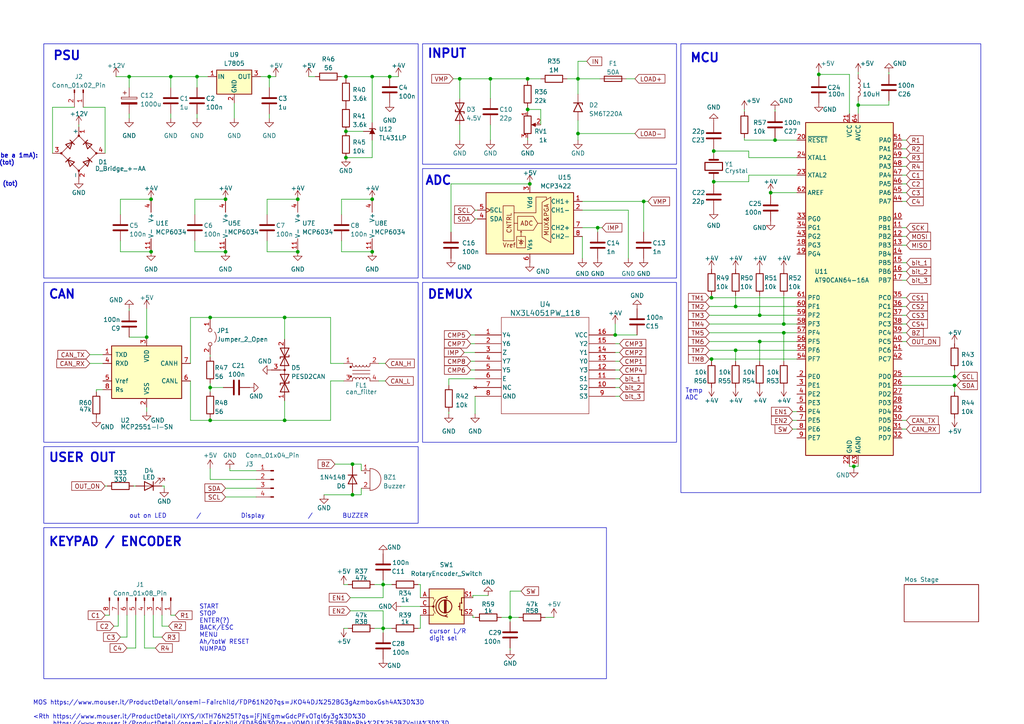
<source format=kicad_sch>
(kicad_sch (version 20230121) (generator eeschema)
  (paper "A4")
  (lib_symbols
    (symbol "Amplifier_Operational:MCP6004" (pin_names (offset 0.127))
      (property "Reference" "U" (at 0 5.08 0))
      (property "Value" "MCP6004" (at 0 -5.08 0))
      (symbol "MCP6004_1_1"
        (pin output line (at 7.62 0 180) (length 2.54) (name "~") (number "1"))
        (pin input line (at -7.62 -2.54 0) (length 2.54) (name "-") (number "2"))
        (pin input line (at -7.62 2.54 0) (length 2.54) (name "+") (number "3"))
      )
      (symbol "MCP6004_2_1"
        (pin input line (at -7.62 2.54 0) (length 2.54) (name "+") (number "5"))
        (pin input line (at -7.62 -2.54 0) (length 2.54) (name "-") (number "6"))
        (pin output line (at 7.62 0 180) (length 2.54) (name "~") (number "7"))
      )
      (symbol "MCP6004_3_1"
        (pin input line (at -7.62 2.54 0) (length 2.54) (name "+") (number "10"))
        (pin output line (at 7.62 0 180) (length 2.54) (name "~") (number "8"))
        (pin input line (at -7.62 -2.54 0) (length 2.54) (name "-") (number "9"))
      )
      (symbol "MCP6004_4_1"
        (pin input line (at -7.62 2.54 0) (length 2.54) (name "+") (number "12"))
        (pin input line (at -7.62 -2.54 0) (length 2.54) (name "-") (number "13"))
        (pin output line (at 7.62 0 180) (length 2.54) (name "~") (number "14"))
      )
      (symbol "MCP6004_5_1"
        (pin power_in line (at -2.54 -7.62 90) (length 3.81) (name "V-") (number "11"))
        (pin power_in line (at -2.54 7.62 270) (length 3.81) (name "V+") (number "4"))
      )
    )
    (symbol "Analog_ADC:MCP3422" (pin_names (offset 1.016))
      (property "Reference" "U" (at -2.54 11.43 0))
      (property "Value" "MCP3422" (at -2.54 8.89 0))
      (symbol "MCP3422_0_0"
        (text "ADC" (at 0.889 -1.27 0) (effects (font (size 1.27 1.27))))
        (text "CNTRL" (at 6.731 -4.191 900) (effects (font (size 1.27 1.27)) (justify left bottom)))
        (text "MUX&PGA" (at -4.826 -0.254 900) (effects (font (size 1.27 1.27))))
        (text "Vref" (at 5.969 -7.62 0) (effects (font (size 1.27 1.27))))
      )
      (symbol "MCP3422_1_1"
        (pin input line (at -15.24 5.08 0) (length 2.54) (name "CH1+") (number "1"))
        (pin input line (at -15.24 2.54 0) (length 2.54) (name "CH1-") (number "2"))
        (pin power_in line (at 0 10.16 270) (length 2.54) (name "Vdd") (number "3"))
        (pin bidirectional line (at 15.24 0 180) (length 2.54) (name "SDA") (number "4"))
        (pin input clock (at 15.24 2.54 180) (length 2.54) (name "SCL") (number "5"))
        (pin power_in line (at 0 -12.7 90) (length 2.54) (name "Vss") (number "6"))
        (pin input line (at -15.24 -2.54 0) (length 2.54) (name "CH2+") (number "7"))
        (pin input line (at -15.24 -5.08 0) (length 2.54) (name "CH2-") (number "8"))
      )
    )
    (symbol "Connector:Conn_01x02_Pin" (pin_names (offset 1.016) hide)
      (property "Reference" "J" (at 0 2.54 0))
      (property "Value" "Conn_01x02_Pin" (at 0 -5.08 0))
      (symbol "Conn_01x02_Pin_1_1"
        (pin passive line (at 5.08 0 180) (length 3.81) (name "Pin_1") (number "1"))
        (pin passive line (at 5.08 -2.54 180) (length 3.81) (name "Pin_2") (number "2"))
      )
    )
    (symbol "Connector:Conn_01x04_Pin" (pin_names (offset 1.016) hide)
      (property "Reference" "J" (at 0 5.08 0))
      (property "Value" "Conn_01x04_Pin" (at 0 -7.62 0))
      (symbol "Conn_01x04_Pin_1_1"
        (pin passive line (at 5.08 2.54 180) (length 3.81) (name "Pin_1") (number "1"))
        (pin passive line (at 5.08 0 180) (length 3.81) (name "Pin_2") (number "2"))
        (pin passive line (at 5.08 -2.54 180) (length 3.81) (name "Pin_3") (number "3"))
        (pin passive line (at 5.08 -5.08 180) (length 3.81) (name "Pin_4") (number "4"))
      )
    )
    (symbol "Connector:Conn_01x08_Pin" (pin_names (offset 1.016) hide)
      (property "Reference" "J" (at 0 10.16 0))
      (property "Value" "Conn_01x08_Pin" (at 0 -12.7 0))
      (symbol "Conn_01x08_Pin_1_1"
        (pin passive line (at 5.08 7.62 180) (length 3.81) (name "Pin_1") (number "1"))
        (pin passive line (at 5.08 5.08 180) (length 3.81) (name "Pin_2") (number "2"))
        (pin passive line (at 5.08 2.54 180) (length 3.81) (name "Pin_3") (number "3"))
        (pin passive line (at 5.08 0 180) (length 3.81) (name "Pin_4") (number "4"))
        (pin passive line (at 5.08 -2.54 180) (length 3.81) (name "Pin_5") (number "5"))
        (pin passive line (at 5.08 -5.08 180) (length 3.81) (name "Pin_6") (number "6"))
        (pin passive line (at 5.08 -7.62 180) (length 3.81) (name "Pin_7") (number "7"))
        (pin passive line (at 5.08 -10.16 180) (length 3.81) (name "Pin_8") (number "8"))
      )
    )
    (symbol "Device:Buzzer" (pin_names (offset 0.0254) hide)
      (property "Reference" "BZ" (at 3.81 1.27 0))
      (property "Value" "Buzzer" (at 3.81 -1.27 0))
      (symbol "Buzzer_1_1"
        (pin passive line (at -2.54 2.54 0) (length 2.54) (name "-") (number "1"))
        (pin passive line (at -2.54 -2.54 0) (length 2.54) (name "+") (number "2"))
      )
    )
    (symbol "Device:C" (pin_numbers hide) (pin_names (offset 0.254))
      (property "Reference" "C" (at 0.635 2.54 0))
      (property "Value" "C" (at 0.635 -2.54 0))
      (symbol "C_1_1"
        (pin passive line (at 0 3.81 270) (length 2.794) (name "~") (number "1"))
        (pin passive line (at 0 -3.81 90) (length 2.794) (name "~") (number "2"))
      )
    )
    (symbol "Device:C_Polarized" (pin_numbers hide) (pin_names (offset 0.254))
      (property "Reference" "C" (at 0.635 2.54 0))
      (property "Value" "C_Polarized" (at 0.635 -2.54 0))
      (symbol "C_Polarized_1_1"
        (pin passive line (at 0 3.81 270) (length 2.794) (name "~") (number "1"))
        (pin passive line (at 0 -3.81 90) (length 2.794) (name "~") (number "2"))
      )
    )
    (symbol "Device:Crystal" (pin_numbers hide) (pin_names (offset 1.016) hide)
      (property "Reference" "Y" (at 0 3.81 0))
      (property "Value" "Crystal" (at 0 -3.81 0))
      (symbol "Crystal_1_1"
        (pin passive line (at -3.81 0 0) (length 1.27) (name "1") (number "1"))
        (pin passive line (at 3.81 0 180) (length 1.27) (name "2") (number "2"))
      )
    )
    (symbol "Device:D_Bridge_+-AA" (pin_names (offset 0))
      (property "Reference" "D" (at 2.54 6.985 0))
      (property "Value" "D_Bridge_+-AA" (at 2.54 5.08 0))
      (symbol "D_Bridge_+-AA_1_1"
        (pin passive line (at 7.62 0 180) (length 2.54) (name "+") (number "1"))
        (pin passive line (at -7.62 0 0) (length 2.54) (name "-") (number "2"))
        (pin passive line (at 0 7.62 270) (length 2.54) (name "~") (number "3"))
        (pin passive line (at 0 -7.62 90) (length 2.54) (name "~") (number "4"))
      )
    )
    (symbol "Device:D_TVS" (pin_numbers hide) (pin_names (offset 1.016) hide)
      (property "Reference" "D" (at 0 2.54 0))
      (property "Value" "D_TVS" (at 0 -2.54 0))
      (symbol "D_TVS_1_1"
        (pin passive line (at -3.81 0 0) (length 2.54) (name "A1") (number "1"))
        (pin passive line (at 3.81 0 180) (length 2.54) (name "A2") (number "2"))
      )
    )
    (symbol "Device:D_TVS_Dual_AAC" (pin_names (offset 1.016) hide)
      (property "Reference" "D" (at 0 4.445 0))
      (property "Value" "D_TVS_Dual_AAC" (at 0 2.54 0))
      (symbol "D_TVS_Dual_AAC_1_1"
        (pin passive line (at -8.89 0 0) (length 2.54) (name "A1") (number "1"))
        (pin passive line (at 8.89 0 180) (length 2.54) (name "A2") (number "2"))
        (pin input line (at 0 -3.81 90) (length 2.54) (name "common") (number "3"))
      )
    )
    (symbol "Device:Fuse" (pin_numbers hide) (pin_names (offset 0))
      (property "Reference" "F" (at 2.032 0 90))
      (property "Value" "Fuse" (at -1.905 0 90))
      (symbol "Fuse_1_1"
        (pin passive line (at 0 3.81 270) (length 1.27) (name "~") (number "1"))
        (pin passive line (at 0 -3.81 90) (length 1.27) (name "~") (number "2"))
      )
    )
    (symbol "Device:L" (pin_numbers hide) (pin_names (offset 1.016) hide)
      (property "Reference" "L" (at -1.27 0 90))
      (property "Value" "L" (at 1.905 0 90))
      (symbol "L_1_1"
        (pin passive line (at 0 3.81 270) (length 1.27) (name "1") (number "1"))
        (pin passive line (at 0 -3.81 90) (length 1.27) (name "2") (number "2"))
      )
    )
    (symbol "Device:LED" (pin_numbers hide) (pin_names (offset 1.016) hide)
      (property "Reference" "D" (at 0 2.54 0))
      (property "Value" "LED" (at 0 -2.54 0))
      (symbol "LED_1_1"
        (pin passive line (at -3.81 0 0) (length 2.54) (name "K") (number "1"))
        (pin passive line (at 3.81 0 180) (length 2.54) (name "A") (number "2"))
      )
    )
    (symbol "Device:R" (pin_numbers hide) (pin_names (offset 0))
      (property "Reference" "R" (at 2.032 0 90))
      (property "Value" "R" (at 0 0 90))
      (symbol "R_1_1"
        (pin passive line (at 0 3.81 270) (length 1.27) (name "~") (number "1"))
        (pin passive line (at 0 -3.81 90) (length 1.27) (name "~") (number "2"))
      )
    )
    (symbol "Device:R_Potentiometer" (pin_names (offset 1.016) hide)
      (property "Reference" "RV" (at -4.445 0 90))
      (property "Value" "R_Potentiometer" (at -2.54 0 90))
      (symbol "R_Potentiometer_1_1"
        (pin passive line (at 0 3.81 270) (length 1.27) (name "1") (number "1"))
        (pin passive line (at 3.81 0 180) (length 1.27) (name "2") (number "2"))
        (pin passive line (at 0 -3.81 90) (length 1.27) (name "3") (number "3"))
      )
    )
    (symbol "Device:RotaryEncoder_Switch" (pin_names (offset 0.254) hide)
      (property "Reference" "SW" (at 0 6.604 0))
      (property "Value" "RotaryEncoder_Switch" (at 0 -6.604 0))
      (symbol "RotaryEncoder_Switch_1_1"
        (pin passive line (at -7.62 2.54 0) (length 2.54) (name "A") (number "A"))
        (pin passive line (at -7.62 -2.54 0) (length 2.54) (name "B") (number "B"))
        (pin passive line (at -7.62 0 0) (length 2.54) (name "C") (number "C"))
        (pin passive line (at 7.62 2.54 180) (length 2.54) (name "S1") (number "S1"))
        (pin passive line (at 7.62 -2.54 180) (length 2.54) (name "S2") (number "S2"))
      )
    )
    (symbol "Diode:1N4148" (pin_numbers hide) (pin_names hide)
      (property "Reference" "D" (at 0 2.54 0))
      (property "Value" "1N4148" (at 0 -2.54 0))
      (symbol "1N4148_1_1"
        (pin passive line (at -3.81 0 0) (length 2.54) (name "K") (number "1"))
        (pin passive line (at 3.81 0 180) (length 2.54) (name "A") (number "2"))
      )
    )
    (symbol "Diode:SM6T220A" (pin_numbers hide) (pin_names (offset 1.016) hide)
      (property "Reference" "D" (at 0 2.54 0))
      (property "Value" "SM6T220A" (at 0 -2.54 0))
      (symbol "SM6T220A_1_1"
        (pin passive line (at -3.81 0 0) (length 2.54) (name "A1") (number "1"))
        (pin passive line (at 3.81 0 180) (length 2.54) (name "A2") (number "2"))
      )
    )
    (symbol "Filter:Choke_Schaffner_RN102-0.3-02-12M" (pin_names hide)
      (property "Reference" "FL" (at 0 5.08 0))
      (property "Value" "Choke_Schaffner_RN102-0.3-02-12M" (at 0 -5.08 0))
      (symbol "Choke_Schaffner_RN102-0.3-02-12M_1_1"
        (pin passive line (at -5.08 2.54 0) (length 2.54) (name "1") (number "1"))
        (pin passive line (at 5.08 2.54 180) (length 2.54) (name "2") (number "2"))
        (pin passive line (at -5.08 -2.54 0) (length 2.54) (name "3") (number "3"))
        (pin passive line (at 5.08 -2.54 180) (length 2.54) (name "4") (number "4"))
      )
    )
    (symbol "Interface_CAN_LIN:MCP2551-I-SN" (pin_names (offset 1.016))
      (property "Reference" "U" (at -10.16 8.89 0))
      (property "Value" "MCP2551-I-SN" (at 2.54 8.89 0))
      (symbol "MCP2551-I-SN_1_1"
        (pin input line (at -12.7 5.08 0) (length 2.54) (name "TXD") (number "1"))
        (pin power_in line (at 0 -10.16 90) (length 2.54) (name "VSS") (number "2"))
        (pin power_in line (at 0 10.16 270) (length 2.54) (name "VDD") (number "3"))
        (pin output line (at -12.7 2.54 0) (length 2.54) (name "RXD") (number "4"))
        (pin power_out line (at -12.7 -2.54 0) (length 2.54) (name "Vref") (number "5"))
        (pin bidirectional line (at 12.7 -2.54 180) (length 2.54) (name "CANL") (number "6"))
        (pin bidirectional line (at 12.7 2.54 180) (length 2.54) (name "CANH") (number "7"))
        (pin input line (at -12.7 -5.08 0) (length 2.54) (name "Rs") (number "8"))
      )
    )
    (symbol "Jumper:Jumper_2_Open" (pin_names (offset 0) hide)
      (property "Reference" "JP" (at 0 2.794 0))
      (property "Value" "Jumper_2_Open" (at 0 -2.286 0))
      (symbol "Jumper_2_Open_1_1"
        (pin passive line (at -5.08 0 0) (length 2.54) (name "A") (number "1"))
        (pin passive line (at 5.08 0 180) (length 2.54) (name "B") (number "2"))
      )
    )
    (symbol "MCU_Microchip_AVR:AT90CAN64-16A"
      (property "Reference" "U" (at -12.7 49.53 0))
      (property "Value" "AT90CAN64-16A" (at 5.08 -49.53 0))
      (symbol "AT90CAN64-16A_1_1"
        (pin no_connect line (at -12.7 -45.72 0) (length 2.54) hide (name "NC") (number "1"))
        (pin bidirectional line (at 15.24 20.32 180) (length 2.54) (name "PB0") (number "10"))
        (pin bidirectional line (at 15.24 17.78 180) (length 2.54) (name "PB1") (number "11"))
        (pin bidirectional line (at 15.24 15.24 180) (length 2.54) (name "PB2") (number "12"))
        (pin bidirectional line (at 15.24 12.7 180) (length 2.54) (name "PB3") (number "13"))
        (pin bidirectional line (at 15.24 10.16 180) (length 2.54) (name "PB4") (number "14"))
        (pin bidirectional line (at 15.24 7.62 180) (length 2.54) (name "PB5") (number "15"))
        (pin bidirectional line (at 15.24 5.08 180) (length 2.54) (name "PB6") (number "16"))
        (pin bidirectional line (at 15.24 2.54 180) (length 2.54) (name "PB7") (number "17"))
        (pin bidirectional line (at -15.24 12.7 0) (length 2.54) (name "PG3") (number "18"))
        (pin bidirectional line (at -15.24 10.16 0) (length 2.54) (name "PG4") (number "19"))
        (pin bidirectional line (at -15.24 -25.4 0) (length 2.54) (name "PE0") (number "2"))
        (pin input line (at -15.24 43.18 0) (length 2.54) (name "~{RESET}") (number "20"))
        (pin power_in line (at 0 50.8 270) (length 2.54) (name "VCC") (number "21"))
        (pin power_in line (at 0 -50.8 90) (length 2.54) (name "GND") (number "22"))
        (pin output line (at -15.24 33.02 0) (length 2.54) (name "XTAL2") (number "23"))
        (pin input line (at -15.24 38.1 0) (length 2.54) (name "XTAL1") (number "24"))
        (pin bidirectional line (at 15.24 -25.4 180) (length 2.54) (name "PD0") (number "25"))
        (pin bidirectional line (at 15.24 -27.94 180) (length 2.54) (name "PD1") (number "26"))
        (pin bidirectional line (at 15.24 -30.48 180) (length 2.54) (name "PD2") (number "27"))
        (pin bidirectional line (at 15.24 -33.02 180) (length 2.54) (name "PD3") (number "28"))
        (pin bidirectional line (at 15.24 -35.56 180) (length 2.54) (name "PD4") (number "29"))
        (pin bidirectional line (at -15.24 -27.94 0) (length 2.54) (name "PE1") (number "3"))
        (pin bidirectional line (at 15.24 -38.1 180) (length 2.54) (name "PD5") (number "30"))
        (pin bidirectional line (at 15.24 -40.64 180) (length 2.54) (name "PD6") (number "31"))
        (pin bidirectional line (at 15.24 -43.18 180) (length 2.54) (name "PD7") (number "32"))
        (pin bidirectional line (at -15.24 20.32 0) (length 2.54) (name "PG0") (number "33"))
        (pin bidirectional line (at -15.24 17.78 0) (length 2.54) (name "PG1") (number "34"))
        (pin bidirectional line (at 15.24 -2.54 180) (length 2.54) (name "PC0") (number "35"))
        (pin bidirectional line (at 15.24 -5.08 180) (length 2.54) (name "PC1") (number "36"))
        (pin bidirectional line (at 15.24 -7.62 180) (length 2.54) (name "PC2") (number "37"))
        (pin bidirectional line (at 15.24 -10.16 180) (length 2.54) (name "PC3") (number "38"))
        (pin bidirectional line (at 15.24 -12.7 180) (length 2.54) (name "PC4") (number "39"))
        (pin bidirectional line (at -15.24 -30.48 0) (length 2.54) (name "PE2") (number "4"))
        (pin bidirectional line (at 15.24 -15.24 180) (length 2.54) (name "PC5") (number "40"))
        (pin bidirectional line (at 15.24 -17.78 180) (length 2.54) (name "PC6") (number "41"))
        (pin bidirectional line (at 15.24 -20.32 180) (length 2.54) (name "PC7") (number "42"))
        (pin bidirectional line (at -15.24 15.24 0) (length 2.54) (name "PG2") (number "43"))
        (pin bidirectional line (at 15.24 25.4 180) (length 2.54) (name "PA7") (number "44"))
        (pin bidirectional line (at 15.24 27.94 180) (length 2.54) (name "PA6") (number "45"))
        (pin bidirectional line (at 15.24 30.48 180) (length 2.54) (name "PA5") (number "46"))
        (pin bidirectional line (at 15.24 33.02 180) (length 2.54) (name "PA4") (number "47"))
        (pin bidirectional line (at 15.24 35.56 180) (length 2.54) (name "PA3") (number "48"))
        (pin bidirectional line (at 15.24 38.1 180) (length 2.54) (name "PA2") (number "49"))
        (pin bidirectional line (at -15.24 -33.02 0) (length 2.54) (name "PE3") (number "5"))
        (pin bidirectional line (at 15.24 40.64 180) (length 2.54) (name "PA1") (number "50"))
        (pin bidirectional line (at 15.24 43.18 180) (length 2.54) (name "PA0") (number "51"))
        (pin passive line (at 0 50.8 270) (length 2.54) hide (name "VCC") (number "52"))
        (pin passive line (at 0 -50.8 90) (length 2.54) hide (name "GND") (number "53"))
        (pin bidirectional line (at -15.24 -20.32 0) (length 2.54) (name "PF7") (number "54"))
        (pin bidirectional line (at -15.24 -17.78 0) (length 2.54) (name "PF6") (number "55"))
        (pin bidirectional line (at -15.24 -15.24 0) (length 2.54) (name "PF5") (number "56"))
        (pin bidirectional line (at -15.24 -12.7 0) (length 2.54) (name "PF4") (number "57"))
        (pin bidirectional line (at -15.24 -10.16 0) (length 2.54) (name "PF3") (number "58"))
        (pin bidirectional line (at -15.24 -7.62 0) (length 2.54) (name "PF2") (number "59"))
        (pin bidirectional line (at -15.24 -35.56 0) (length 2.54) (name "PE4") (number "6"))
        (pin bidirectional line (at -15.24 -5.08 0) (length 2.54) (name "PF1") (number "60"))
        (pin bidirectional line (at -15.24 -2.54 0) (length 2.54) (name "PF0") (number "61"))
        (pin passive line (at -15.24 27.94 0) (length 2.54) (name "AREF") (number "62"))
        (pin power_in line (at 2.54 -50.8 90) (length 2.54) (name "AGND") (number "63"))
        (pin power_in line (at 2.54 50.8 270) (length 2.54) (name "AVCC") (number "64"))
        (pin bidirectional line (at -15.24 -38.1 0) (length 2.54) (name "PE5") (number "7"))
        (pin bidirectional line (at -15.24 -40.64 0) (length 2.54) (name "PE6") (number "8"))
        (pin bidirectional line (at -15.24 -43.18 0) (length 2.54) (name "PE7") (number "9"))
      )
    )
    (symbol "NX3L4051:NX3L4051PW_118" (pin_names (offset 0.254))
      (property "Reference" "U" (at 20.32 10.16 0))
      (property "Value" "NX3L4051PW_118" (at 20.32 7.62 0))
      (symbol "NX3L4051PW_118_0_1"
        (pin bidirectional line (at 0 0 0) (length 7.62) (name "Y4") (number "1"))
        (pin input line (at 40.64 -15.24 180) (length 7.62) (name "S2") (number "10"))
        (pin input line (at 40.64 -12.7 180) (length 7.62) (name "S1") (number "11"))
        (pin bidirectional line (at 40.64 -10.16 180) (length 7.62) (name "Y3") (number "12"))
        (pin bidirectional line (at 40.64 -7.62 180) (length 7.62) (name "Y0") (number "13"))
        (pin bidirectional line (at 40.64 -5.08 180) (length 7.62) (name "Y1") (number "14"))
        (pin bidirectional line (at 40.64 -2.54 180) (length 7.62) (name "Y2") (number "15"))
        (pin power_in line (at 40.64 0 180) (length 7.62) (name "VCC") (number "16"))
        (pin bidirectional line (at 0 -2.54 0) (length 7.62) (name "Y6") (number "2"))
        (pin bidirectional line (at 0 -5.08 0) (length 7.62) (name "Z") (number "3"))
        (pin bidirectional line (at 0 -7.62 0) (length 7.62) (name "Y7") (number "4"))
        (pin bidirectional line (at 0 -10.16 0) (length 7.62) (name "Y5") (number "5"))
        (pin input line (at 0 -12.7 0) (length 7.62) (name "E") (number "6"))
        (pin no_connect line (at 0 -15.24 0) (length 7.62) (name "NC") (number "7"))
        (pin power_out line (at 0 -17.78 0) (length 7.62) (name "GND") (number "8"))
        (pin input line (at 40.64 -17.78 180) (length 7.62) (name "S3") (number "9"))
      )
    )
    (symbol "Reference_Voltage:TL431LP" (pin_numbers hide) (pin_names hide)
      (property "Reference" "U" (at -2.54 2.54 0))
      (property "Value" "TL431LP" (at 0 -2.54 0))
      (symbol "TL431LP_1_1"
        (pin passive line (at 0 2.54 270) (length 2.54) (name "REF") (number "1"))
        (pin passive line (at -2.54 0 0) (length 2.54) (name "A") (number "2"))
        (pin passive line (at 2.54 0 180) (length 2.54) (name "K") (number "3"))
      )
    )
    (symbol "Regulator_Linear:L7805" (pin_names (offset 0.254))
      (property "Reference" "U" (at -3.81 3.175 0))
      (property "Value" "L7805" (at 0 3.175 0))
      (symbol "L7805_1_1"
        (pin power_in line (at -7.62 0 0) (length 2.54) (name "IN") (number "1"))
        (pin power_in line (at 0 -7.62 90) (length 2.54) (name "GND") (number "2"))
        (pin power_out line (at 7.62 0 180) (length 2.54) (name "OUT") (number "3"))
      )
    )
    (symbol "power:+12V" (power) (pin_names (offset 0))
      (property "Value" "+12V" (at 0 3.556 0))
      (symbol "+12V_1_1"
        (pin power_in line (at 0 0 90) (length 0) hide (name "+12V") (number "1"))
      )
    )
    (symbol "power:+4V" (power) (pin_names (offset 0))
      (property "Value" "+4V" (at 0 3.556 0))
      (symbol "+4V_1_1"
        (pin power_in line (at 0 0 90) (length 0) hide (name "+4V") (number "1"))
      )
    )
    (symbol "power:+5V" (power) (pin_names (offset 0))
      (property "Value" "+5V" (at 0 3.556 0))
      (symbol "+5V_1_1"
        (pin power_in line (at 0 0 90) (length 0) hide (name "+5V") (number "1"))
      )
    )
    (symbol "power:GND" (power) (pin_names (offset 0))
      (property "Value" "GND" (at 0 -3.81 0))
      (symbol "GND_1_1"
        (pin power_in line (at 0 0 270) (length 0) hide (name "GND") (number "1"))
      )
    )
  )
  (junction (at 107.95 57.785))
  (junction (at 78.105 22.225))
  (junction (at 248.92 30.48))
  (junction (at 102.235 143.51))
  (junction (at 60.96 92.075))
  (junction (at 224.79 40.64))
  (junction (at 206.375 86.36))
  (junction (at 153.035 22.86))
  (junction (at 100.33 45.72))
  (junction (at 43.815 73.025))
  (junction (at 276.86 111.76))
  (junction (at 100.33 22.225))
  (junction (at 111.125 169.545))
  (junction (at 207.01 52.705))
  (junction (at 100.33 38.1))
  (junction (at 82.55 121.92))
  (junction (at 142.24 22.86))
  (junction (at 86.36 57.785))
  (junction (at 102.235 134.62))
  (junction (at 60.96 121.92))
  (junction (at 213.36 101.6))
  (junction (at 42.545 97.79))
  (junction (at 227.33 96.52))
  (junction (at 82.55 92.075))
  (junction (at 167.64 22.86))
  (junction (at 37.465 22.225))
  (junction (at 43.815 57.785))
  (junction (at 65.405 57.785))
  (junction (at 107.95 73.025))
  (junction (at 57.15 22.225))
  (junction (at 223.52 55.88))
  (junction (at 86.36 73.025))
  (junction (at 178.435 97.155))
  (junction (at 107.95 22.225))
  (junction (at 207.01 43.815))
  (junction (at 237.49 21.59))
  (junction (at 213.36 88.9))
  (junction (at 220.345 91.44))
  (junction (at 173.355 66.04))
  (junction (at 220.345 99.06))
  (junction (at 147.955 179.07))
  (junction (at 153.035 31.75))
  (junction (at 247.65 135.255))
  (junction (at 227.33 93.98))
  (junction (at 276.86 109.22))
  (junction (at 49.53 22.225))
  (junction (at 153.67 53.34))
  (junction (at 206.375 104.14))
  (junction (at 133.35 22.86))
  (junction (at 65.405 73.025))
  (junction (at 186.69 58.42))
  (junction (at 111.125 182.245))
  (junction (at 167.64 38.735))
  (junction (at 60.96 112.395))
  (junction (at 113.03 22.225))
  (wire (pts (xy 261.62 96.52) (xy 262.89 96.52)))
  (wire (pts (xy 223.52 56.515) (xy 223.52 55.88)))
  (wire (pts (xy 246.38 135.255) (xy 247.65 135.255)))
  (wire (pts (xy 77.47 57.785) (xy 86.36 57.785)))
  (wire (pts (xy 276.86 107.315) (xy 276.86 109.22)))
  (wire (pts (xy 237.49 20.955) (xy 237.49 21.59)))
  (wire (pts (xy 75.565 22.225) (xy 78.105 22.225)))
  (wire (pts (xy 261.62 66.04) (xy 262.89 66.04)))
  (wire (pts (xy 261.62 109.22) (xy 276.86 109.22)))
  (wire (pts (xy 227.33 96.52) (xy 231.14 96.52)))
  (wire (pts (xy 66.675 135.89) (xy 66.675 136.525)))
  (wire (pts (xy 276.86 111.76) (xy 276.86 113.665)))
  (wire (pts (xy 34.925 184.785) (xy 36.83 184.785)))
  (wire (pts (xy 224.79 40.64) (xy 224.79 40.005)))
  (wire (pts (xy 223.52 55.88) (xy 231.14 55.88)))
  (wire (pts (xy 37.465 22.225) (xy 49.53 22.225)))
  (wire (pts (xy 217.17 45.72) (xy 231.14 45.72)))
  (wire (pts (xy 46.99 140.97) (xy 47.625 140.97)))
  (wire (pts (xy 141.605 172.72) (xy 137.16 172.72)))
  (wire (pts (xy 100.33 22.225) (xy 100.33 22.86)))
  (wire (pts (xy 215.9 31.75) (xy 215.9 32.385)))
  (wire (pts (xy 186.69 67.31) (xy 186.69 58.42)))
  (wire (pts (xy 111.125 169.545) (xy 113.665 169.545)))
  (wire (pts (xy 217.17 43.815) (xy 217.17 45.72)))
  (wire (pts (xy 95.885 110.49) (xy 99.695 110.49)))
  (wire (pts (xy 95.885 105.41) (xy 95.885 92.075)))
  (wire (pts (xy 227.33 96.52) (xy 227.33 104.775)))
  (wire (pts (xy 116.205 175.895) (xy 121.92 175.895)))
  (wire (pts (xy 168.91 58.42) (xy 186.69 58.42)))
  (wire (pts (xy 121.92 169.545) (xy 121.92 173.355)))
  (wire (pts (xy 36.83 184.785) (xy 36.83 178.435)))
  (wire (pts (xy 82.55 116.205) (xy 82.55 121.92)))
  (wire (pts (xy 121.285 182.245) (xy 121.92 182.245)))
  (wire (pts (xy 136.525 104.775) (xy 137.795 104.775)))
  (wire (pts (xy 276.86 111.76) (xy 277.495 111.76)))
  (wire (pts (xy 261.62 93.98) (xy 262.89 93.98)))
  (wire (pts (xy 213.36 101.6) (xy 231.14 101.6)))
  (wire (pts (xy 99.695 169.545) (xy 100.965 169.545)))
  (wire (pts (xy 173.355 67.31) (xy 173.355 66.04)))
  (wire (pts (xy 60.96 111.125) (xy 60.96 112.395)))
  (wire (pts (xy 156.845 31.75) (xy 153.035 31.75)))
  (wire (pts (xy 142.24 22.86) (xy 153.035 22.86)))
  (wire (pts (xy 261.62 124.46) (xy 262.89 124.46)))
  (wire (pts (xy 99.695 182.245) (xy 100.965 182.245)))
  (wire (pts (xy 229.87 121.92) (xy 231.14 121.92)))
  (wire (pts (xy 261.62 71.12) (xy 262.89 71.12)))
  (wire (pts (xy 55.245 121.92) (xy 60.96 121.92)))
  (wire (pts (xy 130.81 53.34) (xy 130.81 67.31)))
  (wire (pts (xy 261.62 40.64) (xy 262.89 40.64)))
  (wire (pts (xy 151.13 171.45) (xy 147.955 171.45)))
  (wire (pts (xy 142.24 22.86) (xy 142.24 28.575)))
  (wire (pts (xy 33.02 181.61) (xy 34.29 181.61)))
  (wire (pts (xy 261.62 88.9) (xy 262.89 88.9)))
  (wire (pts (xy 34.29 181.61) (xy 34.29 178.435)))
  (wire (pts (xy 66.675 136.525) (xy 74.295 136.525)))
  (wire (pts (xy 29.845 113.03) (xy 27.94 113.03)))
  (wire (pts (xy 246.38 21.59) (xy 246.38 33.02)))
  (wire (pts (xy 147.955 179.07) (xy 145.415 179.07)))
  (wire (pts (xy 107.95 40.64) (xy 107.95 45.72)))
  (wire (pts (xy 99.06 73.025) (xy 107.95 73.025)))
  (wire (pts (xy 100.33 22.225) (xy 107.95 22.225)))
  (wire (pts (xy 136.525 97.155) (xy 137.795 97.155)))
  (wire (pts (xy 65.405 141.605) (xy 74.295 141.605)))
  (wire (pts (xy 156.845 36.195) (xy 156.845 31.75)))
  (wire (pts (xy 213.36 101.6) (xy 213.36 104.775)))
  (wire (pts (xy 153.035 31.115) (xy 153.035 31.75)))
  (wire (pts (xy 121.92 182.245) (xy 121.92 178.435)))
  (wire (pts (xy 257.81 29.21) (xy 257.81 30.48)))
  (wire (pts (xy 220.345 99.06) (xy 231.14 99.06)))
  (wire (pts (xy 167.64 38.735) (xy 167.64 34.925)))
  (wire (pts (xy 105.41 38.1) (xy 100.33 38.1)))
  (wire (pts (xy 178.435 97.155) (xy 178.435 93.98)))
  (wire (pts (xy 30.48 178.435) (xy 31.75 178.435)))
  (wire (pts (xy 130.175 109.855) (xy 130.175 111.76)))
  (wire (pts (xy 261.62 43.18) (xy 262.89 43.18)))
  (wire (pts (xy 34.925 73.025) (xy 43.815 73.025)))
  (wire (pts (xy 248.92 21.59) (xy 248.92 20.955)))
  (wire (pts (xy 167.64 22.86) (xy 167.64 27.305)))
  (wire (pts (xy 30.48 31.115) (xy 30.48 44.45)))
  (wire (pts (xy 41.91 187.96) (xy 41.91 178.435)))
  (wire (pts (xy 130.81 53.34) (xy 153.67 53.34)))
  (wire (pts (xy 109.855 110.49) (xy 111.76 110.49)))
  (wire (pts (xy 36.83 187.96) (xy 39.37 187.96)))
  (wire (pts (xy 160.655 179.07) (xy 158.115 179.07)))
  (wire (pts (xy 60.96 112.395) (xy 60.96 113.665)))
  (wire (pts (xy 131.445 22.86) (xy 133.35 22.86)))
  (wire (pts (xy 142.24 36.195) (xy 142.24 40.64)))
  (wire (pts (xy 137.16 179.07) (xy 137.16 178.435)))
  (wire (pts (xy 173.355 66.04) (xy 168.91 66.04)))
  (wire (pts (xy 60.96 92.075) (xy 82.55 92.075)))
  (wire (pts (xy 48.895 181.61) (xy 46.99 181.61)))
  (wire (pts (xy 60.96 112.395) (xy 64.77 112.395)))
  (wire (pts (xy 178.435 99.695) (xy 179.705 99.695)))
  (wire (pts (xy 261.62 76.2) (xy 262.89 76.2)))
  (wire (pts (xy 153.035 23.495) (xy 153.035 22.86)))
  (wire (pts (xy 215.9 40.64) (xy 215.9 40.005)))
  (wire (pts (xy 99.06 57.785) (xy 107.95 57.785)))
  (wire (pts (xy 167.64 38.735) (xy 184.15 38.735)))
  (wire (pts (xy 137.795 109.855) (xy 130.175 109.855)))
  (wire (pts (xy 97.155 134.62) (xy 102.235 134.62)))
  (wire (pts (xy 49.53 178.435) (xy 50.8 178.435)))
  (wire (pts (xy 213.36 88.9) (xy 231.14 88.9)))
  (wire (pts (xy 173.355 66.04) (xy 174.625 66.04)))
  (wire (pts (xy 205.74 101.6) (xy 213.36 101.6)))
  (wire (pts (xy 102.235 135.255) (xy 102.235 134.62)))
  (wire (pts (xy 107.95 22.225) (xy 107.95 35.56)))
  (wire (pts (xy 206.375 85.725) (xy 206.375 86.36)))
  (wire (pts (xy 229.87 124.46) (xy 231.14 124.46)))
  (wire (pts (xy 133.35 22.86) (xy 133.35 28.575)))
  (wire (pts (xy 247.65 135.255) (xy 247.65 135.89)))
  (wire (pts (xy 133.35 22.86) (xy 142.24 22.86)))
  (wire (pts (xy 153.035 32.385) (xy 153.035 31.75)))
  (wire (pts (xy 136.525 99.695) (xy 137.795 99.695)))
  (wire (pts (xy 246.38 134.62) (xy 246.38 135.255)))
  (wire (pts (xy 150.495 179.07) (xy 147.955 179.07)))
  (wire (pts (xy 26.035 102.87) (xy 29.845 102.87)))
  (wire (pts (xy 147.955 187.96) (xy 147.955 188.595)))
  (wire (pts (xy 261.62 68.58) (xy 262.89 68.58)))
  (wire (pts (xy 186.69 58.42) (xy 187.96 58.42)))
  (wire (pts (xy 217.17 52.705) (xy 217.17 50.8)))
  (wire (pts (xy 261.62 121.92) (xy 262.89 121.92)))
  (wire (pts (xy 95.885 92.075) (xy 82.55 92.075)))
  (wire (pts (xy 102.235 143.51) (xy 104.775 143.51)))
  (wire (pts (xy 37.465 89.535) (xy 37.465 90.17)))
  (wire (pts (xy 34.925 57.785) (xy 43.815 57.785)))
  (wire (pts (xy 108.585 169.545) (xy 111.125 169.545)))
  (wire (pts (xy 107.95 22.225) (xy 113.03 22.225)))
  (wire (pts (xy 182.245 60.96) (xy 168.91 60.96)))
  (wire (pts (xy 207.01 52.705) (xy 217.17 52.705)))
  (wire (pts (xy 137.16 172.72) (xy 137.16 173.355)))
  (wire (pts (xy 147.955 171.45) (xy 147.955 179.07)))
  (wire (pts (xy 227.33 85.725) (xy 227.33 93.98)))
  (wire (pts (xy 213.36 85.725) (xy 213.36 88.9)))
  (wire (pts (xy 60.96 139.065) (xy 74.295 139.065)))
  (wire (pts (xy 30.48 140.97) (xy 31.115 140.97)))
  (wire (pts (xy 46.99 181.61) (xy 46.99 178.435)))
  (wire (pts (xy 60.96 102.87) (xy 60.96 103.505)))
  (wire (pts (xy 248.92 134.62) (xy 248.92 135.255)))
  (wire (pts (xy 55.245 121.92) (xy 55.245 110.49)))
  (wire (pts (xy 57.15 22.225) (xy 60.325 22.225)))
  (wire (pts (xy 231.14 104.14) (xy 206.375 104.14)))
  (wire (pts (xy 99.06 69.85) (xy 99.06 73.025)))
  (wire (pts (xy 102.235 134.62) (xy 104.775 134.62)))
  (wire (pts (xy 224.79 31.75) (xy 224.79 32.385)))
  (wire (pts (xy 89.535 22.225) (xy 91.44 22.225)))
  (wire (pts (xy 261.62 58.42) (xy 262.89 58.42)))
  (wire (pts (xy 178.435 112.395) (xy 179.705 112.395)))
  (wire (pts (xy 111.125 169.545) (xy 111.125 173.355)))
  (wire (pts (xy 205.74 91.44) (xy 220.345 91.44)))
  (wire (pts (xy 220.345 99.06) (xy 220.345 104.775)))
  (wire (pts (xy 137.795 63.5) (xy 138.43 63.5)))
  (wire (pts (xy 77.47 73.025) (xy 86.36 73.025)))
  (wire (pts (xy 22.86 36.83) (xy 22.86 36.195)))
  (wire (pts (xy 111.125 182.245) (xy 113.665 182.245)))
  (wire (pts (xy 95.885 105.41) (xy 99.695 105.41)))
  (wire (pts (xy 55.245 92.075) (xy 55.245 105.41)))
  (wire (pts (xy 261.62 86.36) (xy 262.89 86.36)))
  (wire (pts (xy 15.24 31.115) (xy 21.59 31.115)))
  (wire (pts (xy 178.435 104.775) (xy 179.705 104.775)))
  (wire (pts (xy 205.74 88.9) (xy 213.36 88.9)))
  (wire (pts (xy 49.53 25.4) (xy 49.53 22.225)))
  (wire (pts (xy 99.06 22.225) (xy 100.33 22.225)))
  (wire (pts (xy 261.62 53.34) (xy 262.89 53.34)))
  (wire (pts (xy 104.775 134.62) (xy 104.775 136.525)))
  (wire (pts (xy 153.035 40.005) (xy 153.035 40.64)))
  (wire (pts (xy 37.465 97.79) (xy 42.545 97.79)))
  (wire (pts (xy 137.795 60.96) (xy 138.43 60.96)))
  (wire (pts (xy 78.105 33.02) (xy 78.105 34.29)))
  (wire (pts (xy 49.53 33.02) (xy 49.53 34.29)))
  (wire (pts (xy 82.55 92.075) (xy 82.55 98.425)))
  (wire (pts (xy 77.47 69.85) (xy 77.47 73.025)))
  (wire (pts (xy 170.18 17.78) (xy 167.64 17.78)))
  (wire (pts (xy 257.81 20.955) (xy 257.81 21.59)))
  (wire (pts (xy 181.61 22.86) (xy 184.15 22.86)))
  (wire (pts (xy 167.64 17.78) (xy 167.64 22.86)))
  (wire (pts (xy 248.92 29.21) (xy 248.92 30.48)))
  (wire (pts (xy 182.245 74.93) (xy 182.245 60.96)))
  (wire (pts (xy 207.01 44.45) (xy 207.01 43.815)))
  (wire (pts (xy 261.62 45.72) (xy 262.89 45.72)))
  (wire (pts (xy 26.035 105.41) (xy 29.845 105.41)))
  (wire (pts (xy 78.105 25.4) (xy 78.105 22.225)))
  (wire (pts (xy 231.14 93.98) (xy 227.33 93.98)))
  (wire (pts (xy 261.62 55.88) (xy 262.89 55.88)))
  (wire (pts (xy 207.01 43.18) (xy 207.01 43.815)))
  (wire (pts (xy 38.735 140.97) (xy 39.37 140.97)))
  (wire (pts (xy 248.92 30.48) (xy 248.92 33.02)))
  (wire (pts (xy 111.125 168.275) (xy 111.125 169.545)))
  (wire (pts (xy 217.17 50.8) (xy 231.14 50.8)))
  (wire (pts (xy 57.15 25.4) (xy 57.15 22.225)))
  (wire (pts (xy 57.15 33.02) (xy 57.15 34.29)))
  (wire (pts (xy 95.885 110.49) (xy 95.885 121.92)))
  (wire (pts (xy 207.01 43.815) (xy 217.17 43.815)))
  (wire (pts (xy 261.62 99.06) (xy 262.89 99.06)))
  (wire (pts (xy 261.62 48.26) (xy 262.89 48.26)))
  (wire (pts (xy 207.01 53.34) (xy 207.01 52.705)))
  (wire (pts (xy 207.01 52.07) (xy 207.01 52.705)))
  (wire (pts (xy 77.47 62.23) (xy 77.47 57.785)))
  (wire (pts (xy 95.885 121.92) (xy 82.55 121.92)))
  (wire (pts (xy 215.9 40.64) (xy 224.79 40.64)))
  (wire (pts (xy 229.87 119.38) (xy 231.14 119.38)))
  (wire (pts (xy 33.655 22.225) (xy 37.465 22.225)))
  (wire (pts (xy 167.64 38.735) (xy 167.64 40.64)))
  (wire (pts (xy 121.285 169.545) (xy 121.92 169.545)))
  (wire (pts (xy 261.62 50.8) (xy 262.89 50.8)))
  (wire (pts (xy 178.435 109.855) (xy 179.705 109.855)))
  (wire (pts (xy 261.62 91.44) (xy 262.89 91.44)))
  (wire (pts (xy 101.6 177.165) (xy 111.125 177.165)))
  (wire (pts (xy 65.405 144.145) (xy 74.295 144.145)))
  (wire (pts (xy 39.37 178.435) (xy 39.37 187.96)))
  (wire (pts (xy 47.625 140.97) (xy 47.625 141.605)))
  (wire (pts (xy 178.435 114.935) (xy 179.705 114.935)))
  (wire (pts (xy 237.49 21.59) (xy 237.49 22.225)))
  (wire (pts (xy 49.53 22.225) (xy 57.15 22.225)))
  (wire (pts (xy 27.94 113.03) (xy 27.94 113.665)))
  (wire (pts (xy 60.96 92.71) (xy 60.96 92.075)))
  (wire (pts (xy 133.35 36.195) (xy 133.35 40.64)))
  (wire (pts (xy 56.515 57.785) (xy 65.405 57.785)))
  (wire (pts (xy 101.6 173.355) (xy 111.125 173.355)))
  (wire (pts (xy 44.45 184.785) (xy 44.45 178.435)))
  (wire (pts (xy 99.06 62.23) (xy 99.06 57.785)))
  (wire (pts (xy 104.775 143.51) (xy 104.775 141.605)))
  (wire (pts (xy 130.175 119.38) (xy 130.175 120.015)))
  (wire (pts (xy 45.085 187.96) (xy 41.91 187.96)))
  (wire (pts (xy 93.98 143.51) (xy 102.235 143.51)))
  (wire (pts (xy 276.86 109.22) (xy 277.495 109.22)))
  (wire (pts (xy 205.74 96.52) (xy 227.33 96.52)))
  (wire (pts (xy 111.125 183.515) (xy 111.125 182.245)))
  (wire (pts (xy 55.245 92.075) (xy 60.96 92.075)))
  (wire (pts (xy 37.465 22.225) (xy 37.465 25.4)))
  (wire (pts (xy 261.62 78.74) (xy 262.89 78.74)))
  (wire (pts (xy 111.125 177.165) (xy 111.125 182.245)))
  (wire (pts (xy 224.79 40.64) (xy 231.14 40.64)))
  (wire (pts (xy 136.525 107.315) (xy 137.795 107.315)))
  (wire (pts (xy 56.515 73.025) (xy 65.405 73.025)))
  (wire (pts (xy 34.925 62.23) (xy 34.925 57.785)))
  (wire (pts (xy 67.945 29.845) (xy 67.945 34.29)))
  (wire (pts (xy 56.515 62.23) (xy 56.515 57.785)))
  (wire (pts (xy 56.515 69.85) (xy 56.515 73.025)))
  (wire (pts (xy 46.99 184.785) (xy 44.45 184.785)))
  (wire (pts (xy 80.01 22.225) (xy 78.105 22.225)))
  (wire (pts (xy 24.13 31.115) (xy 30.48 31.115)))
  (wire (pts (xy 137.795 114.935) (xy 137.795 120.015)))
  (wire (pts (xy 60.96 135.89) (xy 60.96 139.065)))
  (wire (pts (xy 102.235 142.875) (xy 102.235 143.51)))
  (wire (pts (xy 205.74 104.14) (xy 206.375 104.14)))
  (wire (pts (xy 15.24 31.115) (xy 15.24 44.45)))
  (wire (pts (xy 248.92 30.48) (xy 257.81 30.48)))
  (wire (pts (xy 167.64 22.86) (xy 173.99 22.86)))
  (wire (pts (xy 205.74 86.36) (xy 206.375 86.36)))
  (wire (pts (xy 153.035 22.86) (xy 156.845 22.86)))
  (wire (pts (xy 220.345 85.725) (xy 220.345 91.44)))
  (wire (pts (xy 261.62 81.28) (xy 262.89 81.28)))
  (wire (pts (xy 178.435 107.315) (xy 179.705 107.315)))
  (wire (pts (xy 134.62 102.235) (xy 137.795 102.235)))
  (wire (pts (xy 109.855 105.41) (xy 111.76 105.41)))
  (wire (pts (xy 178.435 97.155) (xy 184.785 97.155)))
  (wire (pts (xy 37.465 33.02) (xy 37.465 34.29)))
  (wire (pts (xy 247.65 135.255) (xy 248.92 135.255)))
  (wire (pts (xy 205.74 99.06) (xy 220.345 99.06)))
  (wire (pts (xy 205.74 93.98) (xy 227.33 93.98)))
  (wire (pts (xy 113.03 22.225) (xy 115.57 22.225)))
  (wire (pts (xy 261.62 111.76) (xy 276.86 111.76)))
  (wire (pts (xy 42.545 118.11) (xy 42.545 119.38)))
  (wire (pts (xy 42.545 89.535) (xy 42.545 97.79)))
  (wire (pts (xy 147.955 180.34) (xy 147.955 179.07)))
  (wire (pts (xy 164.465 22.86) (xy 167.64 22.86)))
  (wire (pts (xy 206.375 86.36) (xy 231.14 86.36)))
  (wire (pts (xy 178.435 102.235) (xy 179.705 102.235)))
  (wire (pts (xy 34.925 69.85) (xy 34.925 73.025)))
  (wire (pts (xy 60.96 121.92) (xy 82.55 121.92)))
  (wire (pts (xy 108.585 182.245) (xy 111.125 182.245)))
  (wire (pts (xy 206.375 104.14) (xy 206.375 104.775)))
  (wire (pts (xy 220.345 91.44) (xy 231.14 91.44)))
  (wire (pts (xy 60.96 121.92) (xy 60.96 121.285)))
  (wire (pts (xy 237.49 21.59) (xy 246.38 21.59)))
  (wire (pts (xy 107.95 45.72) (xy 100.33 45.72)))
  (wire (pts (xy 137.795 179.07) (xy 137.16 179.07)))
  (wire (pts (xy 168.91 68.58) (xy 168.91 74.93)))
  (rectangle (start 12.7 81.915) (end 121.285 128.27))
  (rectangle (start 12.7 129.54) (end 121.285 151.765))
  (rectangle (start 12.7 12.7) (end 121.285 80.645))
  (rectangle (start 12.7 153.035) (end 175.895 196.85))
  (rectangle (start 122.555 81.915) (end 196.215 128.27))
  (rectangle (start 197.485 12.7) (end 284.48 142.875))
  (rectangle (start 122.555 12.7) (end 196.215 47.625))
  (rectangle (start 122.555 48.895) (end 196.215 80.645))
  (text "KEYPAD / ENCODER" (at 13.97 158.75 0) (effects (font (size 2.54 2.54) (thickness 0.508) bold) (justify left bottom)))
  (text "START      \nSTOP\nENTER(?)\nBACK/ESC\nMENU\nAh/totW RESET\nNUMPAD\n\n" (at 57.785 191.135 0) (effects (font (size 1.27 1.27)) (justify left bottom)))
  (text "cursor L/R \ndigit sel\n" (at 124.46 186.055 0) (effects (font (size 1.27 1.27)) (justify left bottom)))
  (text "INPUT" (at 123.825 17.145 0) (effects (font (size 2.54 2.54) bold) (justify left bottom)))
  (text "USER OUT\n\n" (at 13.97 138.43 0) (effects (font (size 2.54 2.54) bold) (justify left bottom)))
  (text "SW SIDE" (at -55.245 42.545 0) (effects (font (size 2.54 2.54) (thickness 0.508) bold) (justify left bottom)))
  (text "DEMUX" (at 123.825 86.995 0) (effects (font (size 2.54 2.54) bold) (justify left bottom)))
  (text "CAN" (at 13.97 86.995 0) (effects (font (size 2.54 2.54) bold) (justify left bottom)))
  (text "out on LED         /            Display             /         BUZZER" (at 37.465 150.495 0) (effects (font (size 1.27 1.27)) (justify left bottom)))
  (text "MOS https://www.mouser.it/ProductDetail/onsemi-Fairchild/FDP61N20?qs=JKO44DJ%252BG3gAzmboxGsh4A%3D%3D\n    \n<Rth https://www.mouser.it/ProductDetail/IXYS/IXTH76N25T?qs=jFjNEgmwGdcPFvOTql6y3g%3D%3D\n	 https://www.mouser.it/ProductDetail/onsemi-Fairchild/FDA59N30?qs=VOMQJJE%252BBNnRhk%2F%252BZVplIA%3D%3D\n\nto264	https://www.lcsc.com/product-detail/MOSFETs_Littelfuse-IXYS-IXTQ82N25P_C426677.html\n     	https://www.lcsc.com/product-detail/MOSFETs_Littelfuse-IXYS-IXTQ88N30P_C440382.html\n\nSHUNT https://www.te.com/usa-en/product-4-2176422-2.html\n         https://www.te.com/usa-en/product-3-2176422-2.html\n\ncon shunt da 3w si può avere 5A per canale (40A tot)\nhttps://www.mouser.it/ProductDetail/TE-Connectivity-Holsworthy/TLRP3A30CR100FTE?qs=sGAEpiMZZMtlubZbdhIBIOn2mbhvx7T2elE3pCd2UQU%3D\n\naggiungere ingressi NTC (?)\nmisura a 4 terminali\naggiungere mos driver?\naggiungere buffer tensione\n" (at 9.525 239.395 0) (effects (font (size 1.27 1.27)) (justify left bottom)))
  (text "prevedere due scale (lasciare la risoluzione per entrambe a 1mA): \nPGA=1 v=2.048, i=2.048/0.1/13= 1.575A(xCH) 12.6A (tot)\nires= 1.575/4096= 0.38mA\n\nPGA=2 v=4.096, i=4.096/0.1/13= 3.150A (xCH) 25.2A (tot)\nires= 3.15/4096= 0.76mA\n\nal variare del pga varia l'impedenza del dac D:" (at -54.61 60.325 0) (effects (font (size 1.27 1.27) bold) (justify left bottom)))
  (text "ADC\n" (at 123.19 53.975 0) (effects (font (size 2.54 2.54) bold) (justify left bottom)))
  (text "MCU\n" (at 200.025 18.415 0) (effects (font (size 2.54 2.54) bold) (justify left bottom)))
  (text "Temp\nADC" (at 198.755 116.205 0) (effects (font (size 1.27 1.27)) (justify left bottom)))
  (text "PSU" (at 15.24 17.78 0) (effects (font (size 2.54 2.54) bold) (justify left bottom)))
  (global_label "CS3" (shape input) (at 262.89 91.44 0) (property "Intersheetrefs" "${INTERSHEET_REFS}" (effects hide)))
  (global_label "SDA" (shape input) (at 65.405 141.605 180) (property "Intersheetrefs" "${INTERSHEET_REFS}" (effects hide)))
  (global_label "EN1" (shape input) (at 229.87 119.38 180) (property "Intersheetrefs" "${INTERSHEET_REFS}" (effects hide)))
  (global_label "CAN_H" (shape input) (at 111.76 105.41 0) (property "Intersheetrefs" "${INTERSHEET_REFS}" (effects hide)))
  (global_label "IN" (shape input) (at 170.18 17.78 0) (property "Intersheetrefs" "${INTERSHEET_REFS}" (effects hide)))
  (global_label "SCK" (shape input) (at 262.89 66.04 0) (property "Intersheetrefs" "${INTERSHEET_REFS}" (effects hide)))
  (global_label "CMP4" (shape input) (at 179.705 107.315 0) (property "Intersheetrefs" "${INTERSHEET_REFS}" (effects hide)))
  (global_label "R3" (shape input) (at 262.89 45.72 0) (property "Intersheetrefs" "${INTERSHEET_REFS}" (effects hide)))
  (global_label "CAN_TX" (shape input) (at 262.89 121.92 0) (property "Intersheetrefs" "${INTERSHEET_REFS}" (effects hide)))
  (global_label "C1" (shape input) (at 30.48 178.435 180) (property "Intersheetrefs" "${INTERSHEET_REFS}" (effects hide)))
  (global_label "SCL" (shape input) (at 65.405 144.145 180) (property "Intersheetrefs" "${INTERSHEET_REFS}" (effects hide)))
  (global_label "CS2" (shape input) (at 262.89 88.9 0) (property "Intersheetrefs" "${INTERSHEET_REFS}" (effects hide)))
  (global_label "SCL" (shape input) (at 277.495 109.22 0) (property "Intersheetrefs" "${INTERSHEET_REFS}" (effects hide)))
  (global_label "R4" (shape input) (at 262.89 48.26 0) (property "Intersheetrefs" "${INTERSHEET_REFS}" (effects hide)))
  (global_label "IMP" (shape input) (at 174.625 66.04 0) (property "Intersheetrefs" "${INTERSHEET_REFS}" (effects hide)))
  (global_label "CS4" (shape input) (at 262.89 93.98 0) (property "Intersheetrefs" "${INTERSHEET_REFS}" (effects hide)))
  (global_label "EN2" (shape input) (at 229.87 121.92 180) (property "Intersheetrefs" "${INTERSHEET_REFS}" (effects hide)))
  (global_label "EN2" (shape input) (at 101.6 177.165 180) (property "Intersheetrefs" "${INTERSHEET_REFS}" (effects hide)))
  (global_label "SDA" (shape input) (at 277.495 111.76 0) (property "Intersheetrefs" "${INTERSHEET_REFS}" (effects hide)))
  (global_label "bit_3" (shape input) (at 179.705 114.935 0) (property "Intersheetrefs" "${INTERSHEET_REFS}" (effects hide)))
  (global_label "CAN_TX" (shape input) (at 26.035 102.87 180) (property "Intersheetrefs" "${INTERSHEET_REFS}" (effects hide)))
  (global_label "SDA" (shape input) (at 137.795 63.5 180) (property "Intersheetrefs" "${INTERSHEET_REFS}" (effects hide)))
  (global_label "CMP2" (shape input) (at 179.705 102.235 0) (property "Intersheetrefs" "${INTERSHEET_REFS}" (effects hide)))
  (global_label "TM7" (shape input) (at 205.74 101.6 180) (property "Intersheetrefs" "${INTERSHEET_REFS}" (effects hide)))
  (global_label "TM4" (shape input) (at 205.74 93.98 180) (property "Intersheetrefs" "${INTERSHEET_REFS}" (effects hide)))
  (global_label "TM3" (shape input) (at 205.74 91.44 180) (property "Intersheetrefs" "${INTERSHEET_REFS}" (effects hide)))
  (global_label "CMP7" (shape input) (at 136.525 99.695 180) (property "Intersheetrefs" "${INTERSHEET_REFS}" (effects hide)))
  (global_label "MISO" (shape input) (at 262.89 71.12 0) (property "Intersheetrefs" "${INTERSHEET_REFS}" (effects hide)))
  (global_label "C4" (shape input) (at 262.89 58.42 0) (property "Intersheetrefs" "${INTERSHEET_REFS}" (effects hide)))
  (global_label "bit_2" (shape input) (at 262.89 78.74 0) (property "Intersheetrefs" "${INTERSHEET_REFS}" (effects hide)))
  (global_label "MOSI" (shape input) (at 262.89 68.58 0) (property "Intersheetrefs" "${INTERSHEET_REFS}" (effects hide)))
  (global_label "CAN_RX" (shape input) (at 262.89 124.46 0) (property "Intersheetrefs" "${INTERSHEET_REFS}" (effects hide)))
  (global_label "C4" (shape input) (at 36.83 187.96 180) (property "Intersheetrefs" "${INTERSHEET_REFS}" (effects hide)))
  (global_label "TM5" (shape input) (at 205.74 96.52 180) (property "Intersheetrefs" "${INTERSHEET_REFS}" (effects hide)))
  (global_label "R3" (shape input) (at 46.99 184.785 0) (property "Intersheetrefs" "${INTERSHEET_REFS}" (effects hide)))
  (global_label "bit_3" (shape input) (at 262.89 81.28 0) (property "Intersheetrefs" "${INTERSHEET_REFS}" (effects hide)))
  (global_label "C1" (shape input) (at 262.89 50.8 0) (property "Intersheetrefs" "${INTERSHEET_REFS}" (effects hide)))
  (global_label "OUT_ON" (shape input) (at 30.48 140.97 180) (property "Intersheetrefs" "${INTERSHEET_REFS}" (effects hide)))
  (global_label "OUT_ON" (shape input) (at 262.89 99.06 0) (property "Intersheetrefs" "${INTERSHEET_REFS}" (effects hide)))
  (global_label "TM2" (shape input) (at 205.74 88.9 180) (property "Intersheetrefs" "${INTERSHEET_REFS}" (effects hide)))
  (global_label "BZ" (shape input) (at 262.89 96.52 0) (property "Intersheetrefs" "${INTERSHEET_REFS}" (effects hide)))
  (global_label "CMP1" (shape input) (at 179.705 104.775 0) (property "Intersheetrefs" "${INTERSHEET_REFS}" (effects hide)))
  (global_label "EN1" (shape input) (at 101.6 173.355 180) (property "Intersheetrefs" "${INTERSHEET_REFS}" (effects hide)))
  (global_label "C2" (shape input) (at 262.89 53.34 0) (property "Intersheetrefs" "${INTERSHEET_REFS}" (effects hide)))
  (global_label "CS1" (shape input) (at 262.89 86.36 0) (property "Intersheetrefs" "${INTERSHEET_REFS}" (effects hide)))
  (global_label "CAN_RX" (shape input) (at 26.035 105.41 180) (property "Intersheetrefs" "${INTERSHEET_REFS}" (effects hide)))
  (global_label "SCL" (shape input) (at 137.795 60.96 180) (property "Intersheetrefs" "${INTERSHEET_REFS}" (effects hide)))
  (global_label "IMP" (shape input) (at 134.62 102.235 180) (property "Intersheetrefs" "${INTERSHEET_REFS}" (effects hide)))
  (global_label "CMP3" (shape input) (at 179.705 99.695 0) (property "Intersheetrefs" "${INTERSHEET_REFS}" (effects hide)))
  (global_label "VMP" (shape input) (at 131.445 22.86 180) (property "Intersheetrefs" "${INTERSHEET_REFS}" (effects hide)))
  (global_label "R2" (shape input) (at 262.89 43.18 0) (property "Intersheetrefs" "${INTERSHEET_REFS}" (effects hide)))
  (global_label "LOAD-" (shape input) (at 184.15 38.735 0) (property "Intersheetrefs" "${INTERSHEET_REFS}" (effects hide)))
  (global_label "bit_1" (shape input) (at 262.89 76.2 0) (property "Intersheetrefs" "${INTERSHEET_REFS}" (effects hide)))
  (global_label "C3" (shape input) (at 262.89 55.88 0) (property "Intersheetrefs" "${INTERSHEET_REFS}" (effects hide)))
  (global_label "R2" (shape input) (at 48.895 181.61 0) (property "Intersheetrefs" "${INTERSHEET_REFS}" (effects hide)))
  (global_label "bit_1" (shape input) (at 179.705 109.855 0) (property "Intersheetrefs" "${INTERSHEET_REFS}" (effects hide)))
  (global_label "CMP5" (shape input) (at 136.525 97.155 180) (property "Intersheetrefs" "${INTERSHEET_REFS}" (effects hide)))
  (global_label "CMP8" (shape input) (at 136.525 104.775 180) (property "Intersheetrefs" "${INTERSHEET_REFS}" (effects hide)))
  (global_label "R4" (shape input) (at 45.085 187.96 0) (property "Intersheetrefs" "${INTERSHEET_REFS}" (effects hide)))
  (global_label "C3" (shape input) (at 34.925 184.785 180) (property "Intersheetrefs" "${INTERSHEET_REFS}" (effects hide)))
  (global_label "CAN_L" (shape input) (at 111.76 110.49 0) (property "Intersheetrefs" "${INTERSHEET_REFS}" (effects hide)))
  (global_label "TM1" (shape input) (at 205.74 86.36 180) (property "Intersheetrefs" "${INTERSHEET_REFS}" (effects hide)))
  (global_label "bit_2" (shape input) (at 179.705 112.395 0) (property "Intersheetrefs" "${INTERSHEET_REFS}" (effects hide)))
  (global_label "SW" (shape input) (at 229.87 124.46 180) (property "Intersheetrefs" "${INTERSHEET_REFS}" (effects hide)))
  (global_label "LOAD+" (shape input) (at 184.15 22.86 0) (property "Intersheetrefs" "${INTERSHEET_REFS}" (effects hide)))
  (global_label "TM8" (shape input) (at 205.74 104.14 180) (property "Intersheetrefs" "${INTERSHEET_REFS}" (effects hide)))
  (global_label "VMP" (shape input) (at 187.96 58.42 0) (property "Intersheetrefs" "${INTERSHEET_REFS}" (effects hide)))
  (global_label "TM6" (shape input) (at 205.74 99.06 180) (property "Intersheetrefs" "${INTERSHEET_REFS}" (effects hide)))
  (global_label "C2" (shape input) (at 33.02 181.61 180) (property "Intersheetrefs" "${INTERSHEET_REFS}" (effects hide)))
  (global_label "CMP6" (shape input) (at 136.525 107.315 180) (property "Intersheetrefs" "${INTERSHEET_REFS}" (effects hide)))
  (global_label "R1" (shape input) (at 262.89 40.64 0) (property "Intersheetrefs" "${INTERSHEET_REFS}" (effects hide)))
  (global_label "BZ" (shape input) (at 97.155 134.62 180) (property "Intersheetrefs" "${INTERSHEET_REFS}" (effects hide)))
  (global_label "R1" (shape input) (at 50.8 178.435 0) (property "Intersheetrefs" "${INTERSHEET_REFS}" (effects hide)))
  (global_label "SW" (shape input) (at 151.13 171.45 0) (property "Intersheetrefs" "${INTERSHEET_REFS}" (effects hide)))
  (symbol (lib_id "power:GND") (at 47.625 141.605 0) (unit 1)
    (property "Reference" "#PWR05" (effects hide))
    (property "Value" "GND" (at 47.625 145.415 0))
  )
  (symbol (lib_id "Device:R") (at 213.36 81.915 0) (unit 1)
    (property "Reference" "R50" (at 214.63 80.645 0) (effects (justify left)))
    (property "Value" "10k" (at 214.63 83.185 0) (effects (justify left)))
  )
  (symbol (lib_id "Connector:Conn_01x08_Pin") (at 41.91 173.355 270) (unit 1)
    (property "Reference" "J1" (at 40.64 169.545 90))
    (property "Value" "Conn_01x08_Pin" (at 40.64 172.085 90))
  )
  (symbol (lib_id "power:GND") (at 237.49 29.845 0) (unit 1)
    (property "Reference" "#PWR0102" (effects hide))
    (property "Value" "GND" (at 240.665 31.75 0))
  )
  (symbol (lib_id "power:+4V") (at 65.405 57.785 0) (unit 1)
    (property "Reference" "#PWR035" (effects hide))
    (property "Value" "+4.3V" (at 65.405 54.61 0))
  )
  (symbol (lib_id "power:+4V") (at 206.375 78.105 0) (unit 1)
    (property "Reference" "#PWR091" (effects hide))
    (property "Value" "+4.3V" (at 206.375 74.93 0))
  )
  (symbol (lib_id "power:GND") (at 257.81 20.955 180) (unit 1)
    (property "Reference" "#PWR0105" (effects hide))
    (property "Value" "GND" (at 260.985 18.415 0))
  )
  (symbol (lib_id "power:GND") (at 37.465 34.29 0) (unit 1)
    (property "Reference" "#PWR060" (effects hide))
    (property "Value" "GND" (at 37.465 39.37 0))
  )
  (symbol (lib_id "Device:R") (at 220.345 108.585 180) (unit 1)
    (property "Reference" "R54" (at 219.075 110.49 0) (effects (justify left)))
    (property "Value" "10k" (at 219.075 107.95 0) (effects (justify left)))
  )
  (symbol (lib_id "Device:C") (at 99.06 66.04 0) (unit 1)
    (property "Reference" "C8" (at 101.6 65.405 0) (effects (justify left)))
    (property "Value" "100n" (at 101.6 67.945 0) (effects (justify left)))
  )
  (symbol (lib_id "Device:R") (at 34.925 140.97 90) (unit 1)
    (property "Reference" "R33" (at 34.925 137.16 90))
    (property "Value" "330" (at 34.925 139.065 90))
  )
  (symbol (lib_id "Device:R") (at 117.475 182.245 90) (unit 1)
    (property "Reference" "R39" (at 117.475 178.435 90))
    (property "Value" "1k" (at 117.475 180.34 90))
  )
  (symbol (lib_id "Device:R") (at 153.035 27.305 0) (mirror y) (unit 1)
    (property "Reference" "R36" (at 154.94 26.67 0) (effects (justify right)))
    (property "Value" "22k" (at 154.94 29.21 0) (effects (justify right)))
  )
  (symbol (lib_id "Device:C") (at 147.955 184.15 0) (unit 1)
    (property "Reference" "C29" (at 141.605 183.515 0) (effects (justify left)))
    (property "Value" "100n" (at 140.335 186.055 0) (effects (justify left)))
  )
  (symbol (lib_id "Device:C") (at 207.01 57.15 0) (unit 1)
    (property "Reference" "C22" (at 200.66 55.88 0) (effects (justify left)))
    (property "Value" "22p" (at 200.66 58.42 0) (effects (justify left)))
  )
  (symbol (lib_id "power:+5V") (at 89.535 22.225 0) (unit 1)
    (property "Reference" "#PWR089" (effects hide))
    (property "Value" "+5V" (at 89.535 19.05 0))
  )
  (symbol (lib_id "power:GND") (at 42.545 119.38 0) (unit 1)
    (property "Reference" "#PWR083" (effects hide))
    (property "Value" "GND" (at 45.72 121.92 0))
  )
  (symbol (lib_id "power:+5V") (at 276.86 121.285 180) (unit 1)
    (property "Reference" "#PWR0111" (effects hide))
    (property "Value" "+5V" (at 276.86 125.095 0))
  )
  (symbol (lib_id "power:+4V") (at 43.815 57.785 0) (unit 1)
    (property "Reference" "#PWR034" (effects hide))
    (property "Value" "+4.3V" (at 43.815 54.61 0))
  )
  (symbol (lib_id "Device:R") (at 276.86 117.475 0) (unit 1)
    (property "Reference" "R44" (at 278.765 116.84 0) (effects (justify left)))
    (property "Value" "10k" (at 278.765 119.38 0) (effects (justify left)))
  )
  (symbol (lib_id "Device:R") (at 220.345 81.915 0) (unit 1)
    (property "Reference" "R51" (at 221.615 80.645 0) (effects (justify left)))
    (property "Value" "10k" (at 221.615 83.185 0) (effects (justify left)))
  )
  (symbol (lib_id "Device:C") (at 34.925 66.04 0) (unit 1)
    (property "Reference" "C5" (at 37.465 65.405 0) (effects (justify left)))
    (property "Value" "100n" (at 37.465 67.945 0) (effects (justify left)))
  )
  (symbol (lib_id "Device:C") (at 56.515 66.04 0) (unit 1)
    (property "Reference" "C6" (at 59.055 65.405 0) (effects (justify left)))
    (property "Value" "100n" (at 59.055 67.945 0) (effects (justify left)))
  )
  (symbol (lib_id "power:GND") (at 100.33 45.72 0) (unit 1)
    (property "Reference" "#PWR088" (effects hide))
    (property "Value" "GND" (at 100.33 49.53 0))
  )
  (symbol (lib_id "Device:C") (at 237.49 26.035 0) (unit 1)
    (property "Reference" "C24" (at 243.84 25.4 0) (effects (justify right)))
    (property "Value" "100n" (at 245.11 27.305 0) (effects (justify right)))
  )
  (symbol (lib_id "power:+4V") (at 213.36 112.395 180) (unit 1)
    (property "Reference" "#PWR097" (effects hide))
    (property "Value" "+4.3V" (at 213.36 116.205 0))
  )
  (symbol (lib_id "power:GND") (at 111.125 160.655 0) (mirror x) (unit 1)
    (property "Reference" "#PWR020" (effects hide))
    (property "Value" "GND" (at 114.3 158.75 0))
  )
  (symbol (lib_id "power:+4V") (at 223.52 55.88 0) (mirror y) (unit 1)
    (property "Reference" "#PWR078" (effects hide))
    (property "Value" "+4.3V" (at 223.52 52.705 0))
  )
  (symbol (lib_id "power:+5V") (at 215.9 31.75 0) (unit 1)
    (property "Reference" "#PWR0108" (effects hide))
    (property "Value" "+5V" (at 218.44 29.21 0))
  )
  (symbol (lib_id "power:GND") (at 247.65 135.89 0) (mirror y) (unit 1)
    (property "Reference" "#PWR0107" (effects hide))
    (property "Value" "GND" (at 244.475 137.795 0))
  )
  (symbol (lib_id "power:GND") (at 186.69 74.93 0) (unit 1)
    (property "Reference" "#PWR061" (effects hide))
    (property "Value" "GND" (at 186.69 79.375 0))
  )
  (symbol (lib_id "Device:C") (at 57.15 29.21 0) (unit 1)
    (property "Reference" "C2" (at 59.69 28.575 0) (effects (justify left)))
    (property "Value" "100n" (at 59.69 31.115 0) (effects (justify left)))
  )
  (symbol (lib_id "power:GND") (at 86.36 73.025 0) (unit 1)
    (property "Reference" "#PWR039" (effects hide))
    (property "Value" "GND" (at 86.36 78.105 0))
  )
  (symbol (lib_id "power:GND") (at 49.53 34.29 0) (unit 1)
    (property "Reference" "#PWR028" (effects hide))
    (property "Value" "GND" (at 49.53 39.37 0))
  )
  (symbol (lib_id "power:+5V") (at 237.49 20.955 0) (unit 1)
    (property "Reference" "#PWR099" (effects hide))
    (property "Value" "+5V" (at 240.03 18.415 0))
  )
  (symbol (lib_id "power:+4V") (at 178.435 93.98 0) (unit 1)
    (property "Reference" "#PWR076" (effects hide))
    (property "Value" "+4.3V" (at 178.435 90.805 0))
  )
  (symbol (lib_id "Device:D_TVS_Dual_AAC") (at 82.55 107.315 270) (mirror x) (unit 1)
    (property "Reference" "D5" (at 84.455 106.68 90) (effects (justify left)))
    (property "Value" "PESD2CAN" (at 84.455 109.22 90) (effects (justify left)))
  )
  (symbol (lib_id "power:+12V") (at 22.86 36.195 0) (unit 1)
    (property "Reference" "#PWR059" (effects hide))
    (property "Value" "+12V" (at 22.86 33.02 0))
  )
  (symbol (lib_id "Device:C") (at 207.01 39.37 180) (unit 1)
    (property "Reference" "C23" (at 204.47 40.64 0) (effects (justify left)))
    (property "Value" "22p" (at 204.47 38.1 0) (effects (justify left)))
  )
  (symbol (lib_id "Device:D_Bridge_+-AA") (at 22.86 44.45 90) (unit 1)
    (property "Reference" "D1" (at 29.845 46.99 90))
    (property "Value" "D_Bridge_+-AA" (at 34.925 48.895 90))
  )
  (symbol (lib_id "Device:C") (at 37.465 93.98 180) (unit 1)
    (property "Reference" "C9" (at 34.925 95.25 0) (effects (justify left)))
    (property "Value" "100n" (at 34.925 92.71 0) (effects (justify left)))
  )
  (symbol (lib_id "power:GND") (at 78.74 107.315 270) (mirror x) (unit 1)
    (property "Reference" "#PWR0109" (effects hide))
    (property "Value" "GND" (at 76.835 104.775 90))
  )
  (symbol (lib_id "Device:Fuse") (at 177.8 22.86 90) (unit 1)
    (property "Reference" "F1" (at 177.8 18.415 90))
    (property "Value" "50A" (at 177.8 20.955 90))
  )
  (symbol (lib_id "power:GND") (at 173.355 74.93 0) (unit 1)
    (property "Reference" "#PWR070" (effects hide))
    (property "Value" "GND" (at 173.355 79.375 0))
  )
  (symbol (lib_id "Device:R") (at 215.9 36.195 0) (unit 1)
    (property "Reference" "R57" (at 218.44 35.56 0) (effects (justify left)))
    (property "Value" "10k" (at 218.44 38.1 0) (effects (justify left)))
  )
  (symbol (lib_id "Device:R") (at 141.605 179.07 270) (mirror x) (unit 1)
    (property "Reference" "R59" (at 141.605 175.26 90))
    (property "Value" "1k" (at 141.605 177.165 90))
  )
  (symbol (lib_id "Device:C") (at 68.58 112.395 90) (unit 1)
    (property "Reference" "C21" (at 71.12 106.045 90) (effects (justify left)))
    (property "Value" "100n" (at 71.12 108.585 90) (effects (justify left)))
  )
  (symbol (lib_id "Device:R") (at 206.375 108.585 180) (unit 1)
    (property "Reference" "R56" (at 205.105 110.49 0) (effects (justify left)))
    (property "Value" "10k" (at 205.105 107.95 0) (effects (justify left)))
  )
  (symbol (lib_id "power:GND") (at 182.245 74.93 0) (unit 1)
    (property "Reference" "#PWR055" (effects hide))
    (property "Value" "GND" (at 182.245 79.375 0))
  )
  (symbol (lib_id "power:GND") (at 57.15 34.29 0) (unit 1)
    (property "Reference" "#PWR029" (effects hide))
    (property "Value" "GND" (at 57.15 39.37 0))
  )
  (symbol (lib_id "Device:R") (at 104.775 182.245 90) (mirror x) (unit 1)
    (property "Reference" "R38" (at 104.775 180.34 90))
    (property "Value" "47k" (at 104.775 178.435 90))
  )
  (symbol (lib_id "power:GND") (at 167.64 40.64 0) (unit 1)
    (property "Reference" "#PWR086" (effects hide))
    (property "Value" "GND" (at 167.64 44.45 0))
  )
  (symbol (lib_id "Device:R") (at 117.475 169.545 90) (unit 1)
    (property "Reference" "R34" (at 117.475 172.085 90))
    (property "Value" "1k" (at 117.475 173.99 90))
  )
  (symbol (lib_id "Device:C_Polarized") (at 37.465 29.21 0) (unit 1)
    (property "Reference" "C12" (at 40.64 27.686 0) (effects (justify left)))
    (property "Value" "1000u" (at 40.64 30.226 0) (effects (justify left)))
  )
  (symbol (lib_id "Device:R") (at 206.375 81.915 0) (unit 1)
    (property "Reference" "R49" (at 207.645 80.645 0) (effects (justify left)))
    (property "Value" "10k" (at 207.645 83.185 0) (effects (justify left)))
  )
  (symbol (lib_id "power:GND") (at 153.035 40.64 0) (unit 1)
    (property "Reference" "#PWR026" (effects hide))
    (property "Value" "GND" (at 153.035 44.45 0))
  )
  (symbol (lib_id "Device:R_Potentiometer") (at 153.035 36.195 0) (unit 1)
    (property "Reference" "RV1" (at 158.75 38.1 0) (effects (justify right)))
    (property "Value" "1k" (at 158.75 40.64 0) (effects (justify right)))
  )
  (symbol (lib_id "Interface_CAN_LIN:MCP2551-I-SN") (at 42.545 107.95 0) (unit 1)
    (property "Reference" "U2" (at 34.925 121.92 0) (effects (justify left)))
    (property "Value" "MCP2551-I-SN" (at 34.925 123.825 0) (effects (justify left)))
    (property "Footprint" "Package_SO:SOIC-8_3.9x4.9mm_P1.27mm" (effects hide))
    (property "Datasheet" "http://ww1.microchip.com/downloads/en/devicedoc/21667d.pdf" (effects hide))
  )
  (symbol (lib_id "Device:R") (at 154.305 179.07 270) (unit 1)
    (property "Reference" "R58" (at 154.305 177.165 90))
    (property "Value" "47k" (at 154.305 175.26 90))
  )
  (symbol (lib_id "power:GND") (at 130.81 74.93 0) (unit 1)
    (property "Reference" "#PWR085" (effects hide))
    (property "Value" "GND" (at 134.62 77.47 0))
  )
  (symbol (lib_id "Filter:Choke_Schaffner_RN102-0.3-02-12M") (at 104.775 107.95 0) (unit 1)
    (property "Reference" "FL1" (at 104.775 111.76 0))
    (property "Value" "can_filter" (at 104.775 113.665 0))
    (property "Footprint" "Inductor_THT:Choke_Schaffner_RN102-04-14.0x14.0mm" (effects hide))
    (property "Datasheet" "https://www.schaffner.com/products/download/product/datasheet/rn-series-common-mode-chokes-new/" (effects hide))
  )
  (symbol (lib_id "Device:R") (at 100.33 26.67 0) (unit 1)
    (property "Reference" "R40" (at 102.235 26.035 0) (effects (justify left)))
    (property "Value" "3.6k" (at 102.235 28.575 0) (effects (justify left)))
  )
  (symbol (lib_id "power:GND") (at 65.405 73.025 0) (unit 1)
    (property "Reference" "#PWR037" (effects hide))
    (property "Value" "GND" (at 65.405 78.105 0))
  )
  (symbol (lib_id "Device:C") (at 49.53 29.21 0) (unit 1)
    (property "Reference" "C1" (at 52.07 28.575 0) (effects (justify left)))
    (property "Value" "1u" (at 52.07 31.115 0) (effects (justify left)))
  )
  (symbol (lib_id "power:+4V") (at 107.95 57.785 0) (unit 1)
    (property "Reference" "#PWR040" (effects hide))
    (property "Value" "+4.3V" (at 107.95 54.61 0))
  )
  (symbol (lib_id "Device:Buzzer") (at 107.315 139.065 0) (unit 1)
    (property "Reference" "BZ1" (at 111.125 138.43 0) (effects (justify left)))
    (property "Value" "Buzzer" (at 111.125 140.97 0) (effects (justify left)))
  )
  (symbol (lib_id "power:+4V") (at 220.345 78.105 0) (unit 1)
    (property "Reference" "#PWR093" (effects hide))
    (property "Value" "+4.3V" (at 220.345 74.93 0))
  )
  (symbol (lib_id "power:GND") (at 142.24 40.64 0) (unit 1)
    (property "Reference" "#PWR054" (effects hide))
    (property "Value" "GND" (at 142.24 44.45 0))
  )
  (symbol (lib_id "power:GND") (at 78.105 34.29 0) (unit 1)
    (property "Reference" "#PWR031" (effects hide))
    (property "Value" "GND" (at 78.105 39.37 0))
  )
  (symbol (lib_id "Reference_Voltage:TL431LP") (at 107.95 38.1 90) (unit 1)
    (property "Reference" "U12" (at 109.855 37.465 90) (effects (justify right)))
    (property "Value" "TL431LP" (at 109.855 40.005 90) (effects (justify right)))
    (property "Footprint" "Package_TO_SOT_THT:TO-92_Inline" (effects hide))
    (property "Datasheet" "http://www.ti.com/lit/ds/symlink/tl431.pdf" (effects hide))
  )
  (symbol (lib_id "power:GND") (at 224.79 31.75 180) (unit 1)
    (property "Reference" "#PWR0106" (effects hide))
    (property "Value" "GND" (at 227.965 29.21 0))
  )
  (symbol (lib_id "power:+4V") (at 220.345 112.395 180) (unit 1)
    (property "Reference" "#PWR096" (effects hide))
    (property "Value" "+4.3V" (at 220.345 116.205 0))
  )
  (symbol (lib_id "power:GND") (at 22.86 52.07 0) (unit 1)
    (property "Reference" "#PWR025" (effects hide))
    (property "Value" "GND" (at 22.86 55.88 0))
  )
  (symbol (lib_id "power:+4V") (at 227.33 78.105 0) (unit 1)
    (property "Reference" "#PWR094" (effects hide))
    (property "Value" "+4.3V" (at 227.33 74.93 0))
  )
  (symbol (lib_id "power:GND") (at 66.675 135.89 180) (unit 1)
    (property "Reference" "#PWR043" (effects hide))
    (property "Value" "GND" (at 66.675 132.08 0))
  )
  (symbol (lib_id "Device:D_TVS") (at 133.35 32.385 90) (unit 1)
    (property "Reference" "D3" (at 135.255 31.75 90) (effects (justify right)))
    (property "Value" "4.5V" (at 135.255 34.29 90) (effects (justify right)))
  )
  (symbol (lib_id "Amplifier_Operational:MCP6004") (at 67.945 65.405 0) (unit 5)
    (property "Reference" "U5" (at 66.04 64.77 0) (effects (justify left)))
    (property "Value" "MCP6034" (at 66.04 67.31 0) (effects (justify left)))
    (property "Datasheet" "http://ww1.microchip.com/downloads/en/DeviceDoc/21733j.pdf" (effects hide))
  )
  (symbol (lib_id "power:GND") (at 43.815 73.025 0) (unit 1)
    (property "Reference" "#PWR036" (effects hide))
    (property "Value" "GND" (at 43.815 78.105 0))
  )
  (symbol (lib_id "Device:R") (at 60.96 117.475 180) (unit 1)
    (property "Reference" "R48" (at 62.23 116.84 0) (effects (justify right)))
    (property "Value" "56" (at 62.23 119.38 0) (effects (justify right)))
  )
  (symbol (lib_id "power:+5V") (at 60.96 135.89 0) (unit 1)
    (property "Reference" "#PWR042" (effects hide))
    (property "Value" "+5V" (at 60.96 132.08 0))
  )
  (symbol (lib_id "Device:R") (at 95.25 22.225 90) (unit 1)
    (property "Reference" "R46" (at 95.25 17.145 90))
    (property "Value" "56" (at 95.25 19.685 90))
  )
  (symbol (lib_id "Device:C") (at 111.125 187.325 0) (mirror y) (unit 1)
    (property "Reference" "C28" (at 117.475 186.69 0) (effects (justify left)))
    (property "Value" "100n" (at 118.745 189.23 0) (effects (justify left)))
  )
  (symbol (lib_id "Diode:1N4148") (at 102.235 139.065 270) (unit 1)
    (property "Reference" "D6" (at 100.33 140.97 90) (effects (justify right)))
    (property "Value" "1N4148" (at 100.33 138.43 90) (effects (justify right)))
    (property "Footprint" "Diode_THT:D_DO-35_SOD27_P7.62mm_Horizontal" (effects hide))
    (property "Datasheet" "https://assets.nexperia.com/documents/data-sheet/1N4148_1N4448.pdf" (effects hide))
    (property "Sim.Device" "D" (effects hide))
    (property "Sim.Pins" "1=K 2=A" (effects hide))
  )
  (symbol (lib_id "Jumper:Jumper_2_Open") (at 60.96 97.79 270) (unit 1)
    (property "Reference" "JP1" (at 62.865 95.885 90) (effects (justify left)))
    (property "Value" "Jumper_2_Open" (at 62.865 98.425 90) (effects (justify left)))
  )
  (symbol (lib_id "Device:L") (at 248.92 25.4 0) (unit 1)
    (property "Reference" "L1" (at 250.19 24.765 0) (effects (justify left)))
    (property "Value" "10uH" (at 250.19 27.305 0) (effects (justify left)))
  )
  (symbol (lib_id "power:+4V") (at 227.33 112.395 180) (unit 1)
    (property "Reference" "#PWR095" (effects hide))
    (property "Value" "+4.3V" (at 227.33 116.205 0))
  )
  (symbol (lib_id "NX3L4051:NX3L4051PW_118") (at 137.795 97.155 0) (unit 1)
    (property "Reference" "U4" (at 158.115 88.265 0) (effects (font (size 1.524 1.524))))
    (property "Value" "NX3L4051PW_118" (at 158.115 90.805 0) (effects (font (size 1.524 1.524))))
    (property "Footprint" "TSSOP16_NXP" (effects hide))
    (property "Datasheet" "NX3L4051PW_118" (effects hide))
  )
  (symbol (lib_id "Device:LED") (at 43.18 140.97 180) (unit 1)
    (property "Reference" "D4" (at 43.18 136.525 0))
    (property "Value" "LED" (at 43.18 138.43 0))
  )
  (symbol (lib_id "power:+5V") (at 248.92 20.955 0) (unit 1)
    (property "Reference" "#PWR0104" (effects hide))
    (property "Value" "+5V" (at 251.46 18.415 0))
  )
  (symbol (lib_id "Device:C") (at 142.24 32.385 0) (unit 1)
    (property "Reference" "C10" (at 144.78 31.75 0) (effects (justify left)))
    (property "Value" "22p" (at 144.78 34.29 0) (effects (justify left)))
  )
  (symbol (lib_id "power:+5V") (at 80.01 22.225 0) (unit 1)
    (property "Reference" "#PWR033" (effects hide))
    (property "Value" "+5V" (at 80.01 19.05 0))
  )
  (symbol (lib_id "power:GND") (at 133.35 40.64 0) (unit 1)
    (property "Reference" "#PWR023" (effects hide))
    (property "Value" "GND" (at 133.35 44.45 0))
  )
  (symbol (lib_id "power:GND") (at 93.98 143.51 0) (unit 1)
    (property "Reference" "#PWR018" (effects hide))
    (property "Value" "GND" (at 93.98 147.32 0))
  )
  (symbol (lib_id "power:GND") (at 27.94 121.285 0) (unit 1)
    (property "Reference" "#PWR0110" (effects hide))
    (property "Value" "GND" (at 31.115 123.825 0))
  )
  (symbol (lib_id "Device:R") (at 227.33 108.585 180) (unit 1)
    (property "Reference" "R53" (at 226.06 110.49 0) (effects (justify left)))
    (property "Value" "10k" (at 226.06 107.95 0) (effects (justify left)))
  )
  (symbol (lib_id "Device:R") (at 227.33 81.915 0) (unit 1)
    (property "Reference" "R52" (at 228.6 80.645 0) (effects (justify left)))
    (property "Value" "10k" (at 228.6 83.185 0) (effects (justify left)))
  )
  (symbol (lib_id "power:GND") (at 137.795 120.015 0) (unit 1)
    (property "Reference" "#PWR075" (effects hide))
    (property "Value" "GND" (at 137.795 125.095 0))
  )
  (symbol (lib_id "Device:C") (at 130.81 71.12 0) (unit 1)
    (property "Reference" "C16" (at 133.985 70.485 0) (effects (justify left)))
    (property "Value" "100n" (at 133.985 73.025 0) (effects (justify left)))
  )
  (symbol (lib_id "power:GND") (at 184.785 89.535 180) (unit 1)
    (property "Reference" "#PWR077" (effects hide))
    (property "Value" "GND" (at 184.785 85.725 0))
  )
  (symbol (lib_id "power:GND") (at 67.945 34.29 0) (unit 1)
    (property "Reference" "#PWR030" (effects hide))
    (property "Value" "GND" (at 67.945 39.37 0))
  )
  (symbol (lib_id "power:+4V") (at 86.36 57.785 0) (unit 1)
    (property "Reference" "#PWR038" (effects hide))
    (property "Value" "+4.3V" (at 86.36 54.61 0))
  )
  (symbol (lib_id "power:GND") (at 107.95 73.025 0) (unit 1)
    (property "Reference" "#PWR041" (effects hide))
    (property "Value" "GND" (at 107.95 78.105 0))
  )
  (symbol (lib_id "Connector:Conn_01x02_Pin") (at 24.13 26.035 270) (unit 1)
    (property "Reference" "J2" (at 22.86 22.225 90))
    (property "Value" "Conn_01x02_Pin" (at 22.86 24.765 90))
  )
  (symbol (lib_id "power:GND") (at 207.01 35.56 180) (unit 1)
    (property "Reference" "#PWR0101" (effects hide))
    (property "Value" "GND" (at 207.01 31.115 0))
  )
  (symbol (lib_id "Device:R") (at 60.96 107.315 180) (unit 1)
    (property "Reference" "R47" (at 62.23 106.68 0) (effects (justify right)))
    (property "Value" "56" (at 62.23 109.22 0) (effects (justify right)))
  )
  (symbol (lib_id "Device:R") (at 130.175 115.57 0) (unit 1)
    (property "Reference" "R42" (at 132.08 114.935 0) (effects (justify left)))
    (property "Value" "10k" (at 132.08 117.475 0) (effects (justify left)))
  )
  (symbol (lib_id "Device:C") (at 78.105 29.21 0) (unit 1)
    (property "Reference" "C3" (at 80.645 28.575 0) (effects (justify left)))
    (property "Value" "1u" (at 80.645 31.115 0) (effects (justify left)))
  )
  (symbol (lib_id "power:GND") (at 223.52 64.135 0) (mirror y) (unit 1)
    (property "Reference" "#PWR0103" (effects hide))
    (property "Value" "GND" (at 220.345 66.04 0))
  )
  (symbol (lib_id "Device:C") (at 111.125 164.465 180) (unit 1)
    (property "Reference" "C11" (at 117.475 165.735 0) (effects (justify left)))
    (property "Value" "100n" (at 118.745 163.195 0) (effects (justify left)))
  )
  (symbol (lib_id "Diode:SM6T220A") (at 167.64 31.115 270) (unit 1)
    (property "Reference" "D2" (at 170.815 30.48 90) (effects (justify left)))
    (property "Value" "SM6T220A" (at 170.815 33.02 90) (effects (justify left)))
    (property "Footprint" "Diode_SMD:D_SMB" (effects hide))
    (property "Datasheet" "https://www.st.com/resource/en/datasheet/sm6t.pdf" (effects hide))
  )
  (symbol (lib_id "Device:R") (at 104.775 169.545 90) (unit 1)
    (property "Reference" "R37" (at 104.775 165.735 90))
    (property "Value" "47k" (at 104.775 167.64 90))
  )
  (symbol (lib_id "power:GND") (at 153.67 76.2 0) (unit 1)
    (property "Reference" "#PWR052" (effects hide))
    (property "Value" "GND" (at 157.48 78.74 0))
  )
  (symbol (lib_id "Device:R") (at 213.36 108.585 180) (unit 1)
    (property "Reference" "R55" (at 212.09 110.49 0) (effects (justify left)))
    (property "Value" "10k" (at 212.09 107.95 0) (effects (justify left)))
  )
  (symbol (lib_id "Device:C") (at 173.355 71.12 0) (unit 1)
    (property "Reference" "C14" (at 175.895 70.485 0) (effects (justify left)))
    (property "Value" "1n" (at 175.895 73.025 0) (effects (justify left)))
  )
  (symbol (lib_id "power:GND") (at 72.39 112.395 90) (unit 1)
    (property "Reference" "#PWR090" (effects hide))
    (property "Value" "GND" (at 74.295 114.935 90))
  )
  (symbol (lib_id "Amplifier_Operational:MCP6004") (at 110.49 65.405 0) (unit 5)
    (property "Reference" "U8" (at 108.585 64.77 0) (effects (justify left)))
    (property "Value" "MCP6034" (at 108.585 67.31 0) (effects (justify left)))
    (property "Datasheet" "http://ww1.microchip.com/downloads/en/DeviceDoc/21733j.pdf" (effects hide))
  )
  (symbol (lib_id "Regulator_Linear:L7805") (at 67.945 22.225 0) (unit 1)
    (property "Reference" "U9" (at 67.945 15.875 0))
    (property "Value" "L7805" (at 67.945 18.415 0))
    (property "Datasheet" "http://www.st.com/content/ccc/resource/technical/document/datasheet/41/4f/b3/b0/12/d4/47/88/CD00000444.pdf/files/CD00000444.pdf/jcr:content/translations/en.CD00000444.pdf" (effects hide))
  )
  (symbol (lib_id "Analog_ADC:MCP3422") (at 153.67 63.5 0) (mirror y) (unit 1)
    (property "Reference" "U15" (at 165.735 51.435 0) (effects (justify left)))
    (property "Value" "MCP3422" (at 165.735 53.975 0) (effects (justify left)))
    (property "Datasheet" "http://ww1.microchip.com/downloads/en/DeviceDoc/22088c.pdf" (effects hide))
  )
  (symbol (lib_id "Device:C") (at 223.52 60.325 0) (unit 1)
    (property "Reference" "C25" (at 220.98 59.055 0) (effects (justify right)))
    (property "Value" "100n" (at 220.98 61.595 0) (effects (justify right)))
  )
  (symbol (lib_id "Device:R") (at 276.86 103.505 0) (unit 1)
    (property "Reference" "R43" (at 278.765 102.87 0) (effects (justify left)))
    (property "Value" "10k" (at 278.765 105.41 0) (effects (justify left)))
  )
  (symbol (lib_id "power:+12V") (at 33.655 22.225 0) (unit 1)
    (property "Reference" "#PWR058" (effects hide))
    (property "Value" "+12V" (at 33.655 19.05 0))
  )
  (symbol (lib_id "power:GND") (at 111.125 191.135 0) (unit 1)
    (property "Reference" "#PWR022" (effects hide))
    (property "Value" "GND" (at 114.3 193.04 0))
  )
  (symbol (lib_id "power:GND") (at 207.01 60.96 0) (unit 1)
    (property "Reference" "#PWR0100" (effects hide))
    (property "Value" "GND" (at 207.01 65.405 0))
  )
  (symbol (lib_id "power:GND") (at 141.605 172.72 0) (mirror x) (unit 1)
    (property "Reference" "#PWR057" (effects hide))
    (property "Value" "GND" (at 141.605 168.91 0))
  )
  (symbol (lib_id "Connector:Conn_01x04_Pin") (at 79.375 139.065 0) (mirror y) (unit 1)
    (property "Reference" "J3" (at 71.12 134.62 0) (effects (justify right)))
    (property "Value" "Conn_01x04_Pin" (at 71.12 132.08 0) (effects (justify right)))
  )
  (symbol (lib_id "Device:C") (at 113.03 26.035 0) (unit 1)
    (property "Reference" "C4" (at 115.57 25.4 0) (effects (justify left)))
    (property "Value" "100n" (at 115.57 27.94 0) (effects (justify left)))
  )
  (symbol (lib_id "power:+5V") (at 153.67 53.34 0) (unit 1)
    (property "Reference" "#PWR053" (effects hide))
    (property "Value" "+5V" (at 153.67 50.165 0))
  )
  (symbol (lib_id "power:+5V") (at 99.695 169.545 0) (unit 1)
    (property "Reference" "#PWR021" (effects hide))
    (property "Value" "+5V" (at 99.695 165.735 0))
  )
  (symbol (lib_id "Amplifier_Operational:MCP6004") (at 46.355 65.405 0) (unit 5)
    (property "Reference" "U1" (at 45.085 64.77 0) (effects (justify left)))
    (property "Value" "MCP6034" (at 45.085 67.31 0) (effects (justify left)))
    (property "Datasheet" "http://ww1.microchip.com/downloads/en/DeviceDoc/21733j.pdf" (effects hide))
  )
  (symbol (lib_id "Device:C") (at 257.81 25.4 180) (unit 1)
    (property "Reference" "C26" (at 260.35 27.305 0) (effects (justify right)))
    (property "Value" "100n" (at 260.35 24.765 0) (effects (justify right)))
  )
  (symbol (lib_id "Device:C") (at 224.79 36.195 180) (unit 1)
    (property "Reference" "C27" (at 227.33 38.1 0) (effects (justify right)))
    (property "Value" "100n" (at 227.33 35.56 0) (effects (justify right)))
  )
  (symbol (lib_id "Device:Crystal") (at 207.01 48.26 90) (unit 1)
    (property "Reference" "Y1" (at 210.185 47.625 90) (effects (justify right)))
    (property "Value" "Crystal" (at 210.185 49.53 90) (effects (justify right)))
  )
  (symbol (lib_id "power:+4V") (at 206.375 112.395 180) (unit 1)
    (property "Reference" "#PWR098" (effects hide))
    (property "Value" "+4.3V" (at 206.375 116.205 0))
  )
  (symbol (lib_id "Device:R") (at 100.33 34.29 0) (unit 1)
    (property "Reference" "R41" (at 102.235 33.655 0) (effects (justify left)))
    (property "Value" "3.6k" (at 102.235 36.195 0) (effects (justify left)))
  )
  (symbol (lib_id "power:GND") (at 130.175 120.015 0) (unit 1)
    (property "Reference" "#PWR074" (effects hide))
    (property "Value" "GND" (at 130.175 125.095 0))
  )
  (symbol (lib_id "power:GND") (at 116.205 175.895 270) (mirror x) (unit 1)
    (property "Reference" "#PWR019" (effects hide))
    (property "Value" "GND" (at 111.76 175.895 90))
  )
  (symbol (lib_id "power:+5V") (at 276.86 99.695 0) (unit 1)
    (property "Reference" "#PWR072" (effects hide))
    (property "Value" "+5V" (at 276.86 96.52 0))
  )
  (symbol (lib_id "MCU_Microchip_AVR:AT90CAN64-16A") (at 246.38 83.82 0) (unit 1)
    (property "Reference" "U11" (at 236.22 78.74 0) (effects (justify left)))
    (property "Value" "AT90CAN64-16A" (at 236.22 81.28 0) (effects (justify left)))
    (property "Footprint" "Package_QFP:TQFP-64_14x14mm_P0.8mm" (effects hide))
    (property "Datasheet" "http://ww1.microchip.com/downloads/en/DeviceDoc/doc7679.pdf" (effects hide))
  )
  (symbol (lib_id "power:+4V") (at 213.36 78.105 0) (unit 1)
    (property "Reference" "#PWR092" (effects hide))
    (property "Value" "+4.3V" (at 213.36 74.93 0))
  )
  (symbol (lib_id "power:GND") (at 37.465 89.535 180) (unit 1)
    (property "Reference" "#PWR084" (effects hide))
    (property "Value" "GND" (at 33.655 86.995 0))
  )
  (symbol (lib_id "power:+5V") (at 160.655 179.07 0) (unit 1)
    (property "Reference" "#PWR027" (effects hide))
    (property "Value" "+5V" (at 160.655 175.26 0))
  )
  (symbol (lib_id "power:GND") (at 113.03 29.845 0) (unit 1)
    (property "Reference" "#PWR032" (effects hide))
    (property "Value" "GND" (at 113.03 34.925 0))
  )
  (symbol (lib_id "power:GND") (at 168.91 74.93 0) (unit 1)
    (property "Reference" "#PWR071" (effects hide))
    (property "Value" "GND" (at 168.91 79.375 0))
  )
  (symbol (lib_id "Device:R") (at 100.33 41.91 0) (unit 1)
    (property "Reference" "R45" (at 102.235 41.275 0) (effects (justify left)))
    (property "Value" "10k" (at 102.235 43.815 0) (effects (justify left)))
  )
  (symbol (lib_id "Device:C") (at 186.69 71.12 0) (unit 1)
    (property "Reference" "C13" (at 189.23 70.485 0) (effects (justify left)))
    (property "Value" "1n" (at 189.23 73.025 0) (effects (justify left)))
  )
  (symbol (lib_id "power:+5V") (at 99.695 182.245 0) (mirror x) (unit 1)
    (property "Reference" "#PWR024" (effects hide))
    (property "Value" "+5V" (at 99.695 186.055 0))
  )
  (symbol (lib_id "Device:C") (at 77.47 66.04 0) (unit 1)
    (property "Reference" "C7" (at 80.01 65.405 0) (effects (justify left)))
    (property "Value" "100n" (at 80.01 67.945 0) (effects (justify left)))
  )
  (symbol (lib_id "Device:C") (at 184.785 93.345 180) (unit 1)
    (property "Reference" "C15" (at 191.135 94.615 0) (effects (justify left)))
    (property "Value" "100n" (at 192.405 92.075 0) (effects (justify left)))
  )
  (symbol (lib_id "power:+4V") (at 115.57 22.225 0) (unit 1)
    (property "Reference" "#PWR087" (effects hide))
    (property "Value" "+4.3V" (at 115.57 19.05 0))
  )
  (symbol (lib_id "Device:R") (at 27.94 117.475 180) (unit 1)
    (property "Reference" "R60" (at 24.765 116.84 0))
    (property "Value" "47k" (at 24.765 118.745 0))
  )
  (symbol (lib_id "power:GND") (at 147.955 188.595 0) (mirror y) (unit 1)
    (property "Reference" "#PWR056" (effects hide))
    (property "Value" "GND" (at 147.955 192.405 0))
  )
  (symbol (lib_id "power:+5V") (at 42.545 89.535 0) (unit 1)
    (property "Reference" "#PWR082" (effects hide))
    (property "Value" "+5V" (at 42.545 86.36 0))
  )
  (symbol (lib_id "Device:RotaryEncoder_Switch") (at 129.54 175.895 0) (unit 1)
    (property "Reference" "SW1" (at 129.54 163.83 0))
    (property "Value" "RotaryEncoder_Switch" (at 129.54 166.37 0))
  )
  (symbol (lib_id "Device:R") (at 160.655 22.86 90) (unit 1)
    (property "Reference" "R35" (at 160.655 17.78 90))
    (property "Value" "1M" (at 160.655 20.32 90))
  )
  (symbol (lib_id "Amplifier_Operational:MCP6004") (at 88.9 65.405 0) (unit 5)
    (property "Reference" "U7" (at 87.63 64.77 0) (effects (justify left)))
    (property "Value" "MCP6034" (at 87.63 67.31 0) (effects (justify left)))
    (property "Datasheet" "http://ww1.microchip.com/downloads/en/DeviceDoc/21733j.pdf" (effects hide))
  )
  (sheet (at 262.255 169.545) (size 21.59 10.795) (stroke (width 0.1524))
    (property "Sheetname" "Mos Stage" (at 262.255 168.8334 0) (effects (justify left bottom)))
    (property "Sheetfile" "pwr.kicad_sch" (effects hide))
  )
)
</source>
